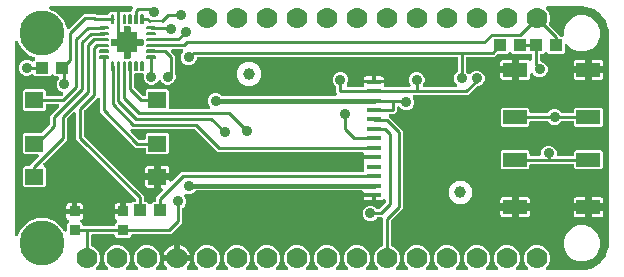
<source format=gbr>
G04 EAGLE Gerber RS-274X export*
G75*
%MOMM*%
%FSLAX34Y34*%
%LPD*%
%INTop Copper*%
%IPPOS*%
%AMOC8*
5,1,8,0,0,1.08239X$1,22.5*%
G01*
%ADD10C,1.000000*%
%ADD11C,3.810000*%
%ADD12C,1.778000*%
%ADD13R,0.900000X0.900000*%
%ADD14R,1.200000X0.400000*%
%ADD15R,2.000000X1.200000*%
%ADD16R,1.500000X1.400000*%
%ADD17R,1.075000X1.000000*%
%ADD18C,0.140000*%
%ADD19R,1.778000X1.778000*%
%ADD20C,0.906400*%
%ADD21C,0.254000*%
%ADD22C,0.406400*%
%ADD23C,0.203200*%

G36*
X334035Y2552D02*
X334035Y2552D01*
X334135Y2554D01*
X334207Y2572D01*
X334281Y2581D01*
X334375Y2614D01*
X334473Y2639D01*
X334539Y2673D01*
X334609Y2698D01*
X334693Y2753D01*
X334783Y2799D01*
X334839Y2847D01*
X334902Y2887D01*
X334972Y2959D01*
X335048Y3024D01*
X335092Y3084D01*
X335144Y3138D01*
X335196Y3224D01*
X335255Y3305D01*
X335285Y3373D01*
X335323Y3437D01*
X335354Y3533D01*
X335393Y3625D01*
X335406Y3698D01*
X335429Y3769D01*
X335437Y3869D01*
X335455Y3968D01*
X335451Y4042D01*
X335457Y4116D01*
X335442Y4216D01*
X335437Y4316D01*
X335416Y4387D01*
X335405Y4461D01*
X335368Y4554D01*
X335341Y4651D01*
X335304Y4716D01*
X335277Y4785D01*
X335219Y4867D01*
X335170Y4955D01*
X335105Y5031D01*
X335078Y5071D01*
X335051Y5095D01*
X335012Y5141D01*
X333640Y6513D01*
X331977Y10527D01*
X331977Y14873D01*
X333640Y18887D01*
X336713Y21960D01*
X340727Y23623D01*
X345073Y23623D01*
X349087Y21960D01*
X352160Y18887D01*
X353823Y14873D01*
X353823Y10527D01*
X352160Y6513D01*
X350788Y5141D01*
X350726Y5062D01*
X350656Y4990D01*
X350618Y4926D01*
X350572Y4868D01*
X350529Y4777D01*
X350477Y4691D01*
X350454Y4620D01*
X350423Y4553D01*
X350401Y4455D01*
X350371Y4359D01*
X350365Y4285D01*
X350349Y4212D01*
X350351Y4112D01*
X350343Y4012D01*
X350354Y3938D01*
X350355Y3864D01*
X350380Y3767D01*
X350395Y3667D01*
X350422Y3598D01*
X350440Y3526D01*
X350486Y3437D01*
X350523Y3343D01*
X350566Y3282D01*
X350600Y3216D01*
X350665Y3140D01*
X350722Y3057D01*
X350777Y3007D01*
X350826Y2951D01*
X350906Y2891D01*
X350981Y2824D01*
X351046Y2788D01*
X351106Y2743D01*
X351198Y2704D01*
X351286Y2655D01*
X351358Y2635D01*
X351426Y2605D01*
X351525Y2588D01*
X351621Y2560D01*
X351721Y2552D01*
X351769Y2544D01*
X351805Y2546D01*
X351865Y2541D01*
X359335Y2541D01*
X359435Y2552D01*
X359535Y2554D01*
X359607Y2572D01*
X359681Y2581D01*
X359775Y2614D01*
X359873Y2639D01*
X359939Y2673D01*
X360009Y2698D01*
X360093Y2753D01*
X360183Y2799D01*
X360239Y2847D01*
X360302Y2887D01*
X360372Y2959D01*
X360448Y3024D01*
X360492Y3084D01*
X360544Y3138D01*
X360596Y3224D01*
X360655Y3305D01*
X360685Y3373D01*
X360723Y3437D01*
X360754Y3533D01*
X360793Y3625D01*
X360806Y3698D01*
X360829Y3769D01*
X360837Y3869D01*
X360855Y3968D01*
X360851Y4042D01*
X360857Y4116D01*
X360842Y4216D01*
X360837Y4316D01*
X360816Y4387D01*
X360805Y4461D01*
X360768Y4554D01*
X360741Y4651D01*
X360704Y4716D01*
X360677Y4785D01*
X360619Y4867D01*
X360570Y4955D01*
X360505Y5031D01*
X360478Y5071D01*
X360451Y5095D01*
X360412Y5141D01*
X359040Y6513D01*
X357377Y10527D01*
X357377Y14873D01*
X359040Y18887D01*
X362113Y21960D01*
X366127Y23623D01*
X370473Y23623D01*
X374487Y21960D01*
X377560Y18887D01*
X379223Y14873D01*
X379223Y10527D01*
X377560Y6513D01*
X376188Y5141D01*
X376126Y5062D01*
X376056Y4990D01*
X376018Y4926D01*
X375972Y4868D01*
X375929Y4777D01*
X375877Y4691D01*
X375854Y4620D01*
X375823Y4553D01*
X375801Y4455D01*
X375771Y4359D01*
X375765Y4285D01*
X375749Y4212D01*
X375751Y4112D01*
X375743Y4012D01*
X375754Y3938D01*
X375755Y3864D01*
X375780Y3767D01*
X375795Y3667D01*
X375822Y3598D01*
X375840Y3526D01*
X375886Y3437D01*
X375923Y3343D01*
X375966Y3282D01*
X376000Y3216D01*
X376065Y3140D01*
X376122Y3057D01*
X376177Y3007D01*
X376226Y2951D01*
X376306Y2891D01*
X376381Y2824D01*
X376446Y2788D01*
X376506Y2743D01*
X376598Y2704D01*
X376686Y2655D01*
X376758Y2635D01*
X376826Y2605D01*
X376925Y2588D01*
X377021Y2560D01*
X377121Y2552D01*
X377169Y2544D01*
X377205Y2546D01*
X377265Y2541D01*
X384735Y2541D01*
X384835Y2552D01*
X384935Y2554D01*
X385007Y2572D01*
X385081Y2581D01*
X385175Y2614D01*
X385273Y2639D01*
X385339Y2673D01*
X385409Y2698D01*
X385493Y2753D01*
X385583Y2799D01*
X385639Y2847D01*
X385702Y2887D01*
X385772Y2959D01*
X385848Y3024D01*
X385892Y3084D01*
X385944Y3138D01*
X385996Y3224D01*
X386055Y3305D01*
X386085Y3373D01*
X386123Y3437D01*
X386154Y3533D01*
X386193Y3625D01*
X386206Y3698D01*
X386229Y3769D01*
X386237Y3869D01*
X386255Y3968D01*
X386251Y4042D01*
X386257Y4116D01*
X386242Y4216D01*
X386237Y4316D01*
X386216Y4387D01*
X386205Y4461D01*
X386168Y4554D01*
X386141Y4651D01*
X386104Y4716D01*
X386077Y4785D01*
X386019Y4867D01*
X385970Y4955D01*
X385905Y5031D01*
X385878Y5071D01*
X385851Y5095D01*
X385812Y5141D01*
X384440Y6513D01*
X382777Y10527D01*
X382777Y14873D01*
X384440Y18887D01*
X387513Y21960D01*
X391527Y23623D01*
X395873Y23623D01*
X399887Y21960D01*
X402960Y18887D01*
X404623Y14873D01*
X404623Y10527D01*
X402960Y6513D01*
X401588Y5141D01*
X401526Y5062D01*
X401456Y4990D01*
X401418Y4926D01*
X401372Y4868D01*
X401329Y4777D01*
X401277Y4691D01*
X401254Y4620D01*
X401223Y4553D01*
X401201Y4455D01*
X401171Y4359D01*
X401165Y4285D01*
X401149Y4212D01*
X401151Y4112D01*
X401143Y4012D01*
X401154Y3938D01*
X401155Y3864D01*
X401180Y3767D01*
X401195Y3667D01*
X401222Y3598D01*
X401240Y3526D01*
X401286Y3437D01*
X401323Y3343D01*
X401366Y3282D01*
X401400Y3216D01*
X401465Y3140D01*
X401522Y3057D01*
X401577Y3007D01*
X401626Y2951D01*
X401706Y2891D01*
X401781Y2824D01*
X401846Y2788D01*
X401906Y2743D01*
X401998Y2704D01*
X402086Y2655D01*
X402158Y2635D01*
X402226Y2605D01*
X402325Y2588D01*
X402421Y2560D01*
X402521Y2552D01*
X402569Y2544D01*
X402605Y2546D01*
X402665Y2541D01*
X410135Y2541D01*
X410235Y2552D01*
X410335Y2554D01*
X410407Y2572D01*
X410481Y2581D01*
X410575Y2614D01*
X410673Y2639D01*
X410739Y2673D01*
X410809Y2698D01*
X410893Y2753D01*
X410983Y2799D01*
X411039Y2847D01*
X411102Y2887D01*
X411172Y2959D01*
X411248Y3024D01*
X411292Y3084D01*
X411344Y3138D01*
X411396Y3224D01*
X411455Y3305D01*
X411485Y3373D01*
X411523Y3437D01*
X411554Y3533D01*
X411593Y3625D01*
X411606Y3698D01*
X411629Y3769D01*
X411637Y3869D01*
X411655Y3968D01*
X411651Y4042D01*
X411657Y4116D01*
X411642Y4216D01*
X411637Y4316D01*
X411616Y4387D01*
X411605Y4461D01*
X411568Y4554D01*
X411541Y4651D01*
X411504Y4716D01*
X411477Y4785D01*
X411419Y4867D01*
X411370Y4955D01*
X411305Y5031D01*
X411278Y5071D01*
X411251Y5095D01*
X411212Y5141D01*
X409840Y6513D01*
X408177Y10527D01*
X408177Y14873D01*
X409840Y18887D01*
X412913Y21960D01*
X416927Y23623D01*
X421273Y23623D01*
X425287Y21960D01*
X428360Y18887D01*
X430023Y14873D01*
X430023Y10527D01*
X428360Y6513D01*
X426988Y5141D01*
X426926Y5062D01*
X426856Y4990D01*
X426818Y4926D01*
X426772Y4868D01*
X426729Y4777D01*
X426677Y4691D01*
X426654Y4620D01*
X426623Y4553D01*
X426601Y4455D01*
X426571Y4359D01*
X426565Y4285D01*
X426549Y4212D01*
X426551Y4112D01*
X426543Y4012D01*
X426554Y3938D01*
X426555Y3864D01*
X426580Y3767D01*
X426595Y3667D01*
X426622Y3598D01*
X426640Y3526D01*
X426686Y3437D01*
X426723Y3343D01*
X426766Y3282D01*
X426800Y3216D01*
X426865Y3140D01*
X426922Y3057D01*
X426977Y3007D01*
X427026Y2951D01*
X427106Y2891D01*
X427181Y2824D01*
X427246Y2788D01*
X427306Y2743D01*
X427398Y2704D01*
X427486Y2655D01*
X427558Y2635D01*
X427626Y2605D01*
X427725Y2588D01*
X427821Y2560D01*
X427921Y2552D01*
X427969Y2544D01*
X428005Y2546D01*
X428065Y2541D01*
X435535Y2541D01*
X435635Y2552D01*
X435735Y2554D01*
X435807Y2572D01*
X435881Y2581D01*
X435975Y2614D01*
X436073Y2639D01*
X436139Y2673D01*
X436209Y2698D01*
X436293Y2753D01*
X436383Y2799D01*
X436439Y2847D01*
X436502Y2887D01*
X436572Y2959D01*
X436648Y3024D01*
X436692Y3084D01*
X436744Y3138D01*
X436796Y3224D01*
X436855Y3305D01*
X436885Y3373D01*
X436923Y3437D01*
X436954Y3533D01*
X436993Y3625D01*
X437006Y3698D01*
X437029Y3769D01*
X437037Y3869D01*
X437055Y3968D01*
X437051Y4042D01*
X437057Y4116D01*
X437042Y4216D01*
X437037Y4316D01*
X437016Y4387D01*
X437005Y4461D01*
X436968Y4554D01*
X436941Y4651D01*
X436904Y4716D01*
X436877Y4785D01*
X436819Y4867D01*
X436770Y4955D01*
X436705Y5031D01*
X436678Y5071D01*
X436651Y5095D01*
X436612Y5141D01*
X435240Y6513D01*
X433577Y10527D01*
X433577Y14873D01*
X435240Y18887D01*
X438313Y21960D01*
X442327Y23623D01*
X446673Y23623D01*
X450687Y21960D01*
X453760Y18887D01*
X455423Y14873D01*
X455423Y10527D01*
X453760Y6513D01*
X452388Y5141D01*
X452326Y5062D01*
X452256Y4990D01*
X452218Y4926D01*
X452172Y4868D01*
X452129Y4777D01*
X452077Y4691D01*
X452054Y4620D01*
X452023Y4553D01*
X452001Y4455D01*
X451971Y4359D01*
X451965Y4285D01*
X451949Y4212D01*
X451951Y4112D01*
X451943Y4012D01*
X451954Y3938D01*
X451955Y3864D01*
X451980Y3767D01*
X451995Y3667D01*
X452022Y3598D01*
X452040Y3526D01*
X452086Y3437D01*
X452123Y3343D01*
X452166Y3282D01*
X452200Y3216D01*
X452265Y3140D01*
X452322Y3057D01*
X452377Y3007D01*
X452426Y2951D01*
X452506Y2891D01*
X452581Y2824D01*
X452646Y2788D01*
X452706Y2743D01*
X452798Y2704D01*
X452886Y2655D01*
X452958Y2635D01*
X453026Y2605D01*
X453125Y2588D01*
X453221Y2560D01*
X453321Y2552D01*
X453369Y2544D01*
X453405Y2546D01*
X453465Y2541D01*
X482600Y2541D01*
X482642Y2546D01*
X482720Y2545D01*
X486057Y2808D01*
X486113Y2819D01*
X486170Y2821D01*
X486381Y2871D01*
X486399Y2875D01*
X486403Y2877D01*
X486408Y2878D01*
X492757Y4941D01*
X492863Y4989D01*
X492973Y5030D01*
X493037Y5069D01*
X493074Y5086D01*
X493109Y5113D01*
X493182Y5157D01*
X498582Y9081D01*
X498668Y9160D01*
X498760Y9232D01*
X498809Y9289D01*
X498839Y9317D01*
X498864Y9353D01*
X498919Y9418D01*
X502843Y14818D01*
X502900Y14920D01*
X502965Y15017D01*
X502994Y15086D01*
X503014Y15122D01*
X503027Y15165D01*
X503059Y15243D01*
X505122Y21592D01*
X505133Y21648D01*
X505153Y21701D01*
X505187Y21915D01*
X505191Y21933D01*
X505191Y21937D01*
X505192Y21943D01*
X505455Y25280D01*
X505453Y25323D01*
X505459Y25400D01*
X505459Y203200D01*
X505454Y203242D01*
X505455Y203320D01*
X505192Y206657D01*
X505181Y206713D01*
X505179Y206770D01*
X505129Y206981D01*
X505125Y206999D01*
X505123Y207003D01*
X505122Y207008D01*
X503059Y213357D01*
X503011Y213463D01*
X502970Y213573D01*
X502931Y213637D01*
X502914Y213674D01*
X502887Y213709D01*
X502843Y213782D01*
X498919Y219182D01*
X498840Y219268D01*
X498768Y219360D01*
X498711Y219409D01*
X498683Y219439D01*
X498647Y219464D01*
X498582Y219519D01*
X493182Y223443D01*
X493080Y223500D01*
X492983Y223565D01*
X492914Y223594D01*
X492878Y223614D01*
X492835Y223627D01*
X492757Y223659D01*
X486408Y225722D01*
X486352Y225733D01*
X486299Y225753D01*
X486085Y225787D01*
X486067Y225791D01*
X486063Y225791D01*
X486057Y225792D01*
X482720Y226055D01*
X482677Y226053D01*
X482600Y226059D01*
X453465Y226059D01*
X453365Y226048D01*
X453265Y226046D01*
X453193Y226028D01*
X453119Y226019D01*
X453025Y225986D01*
X452927Y225961D01*
X452861Y225927D01*
X452791Y225902D01*
X452707Y225847D01*
X452617Y225801D01*
X452561Y225753D01*
X452498Y225713D01*
X452428Y225641D01*
X452352Y225576D01*
X452308Y225516D01*
X452256Y225462D01*
X452204Y225376D01*
X452145Y225295D01*
X452115Y225227D01*
X452077Y225163D01*
X452046Y225067D01*
X452007Y224975D01*
X451994Y224902D01*
X451971Y224831D01*
X451963Y224731D01*
X451945Y224632D01*
X451949Y224558D01*
X451943Y224484D01*
X451958Y224384D01*
X451963Y224284D01*
X451984Y224213D01*
X451995Y224139D01*
X452032Y224046D01*
X452059Y223949D01*
X452096Y223884D01*
X452123Y223815D01*
X452181Y223733D01*
X452230Y223645D01*
X452295Y223569D01*
X452322Y223529D01*
X452349Y223505D01*
X452388Y223459D01*
X453760Y222087D01*
X455423Y218073D01*
X455423Y213727D01*
X454617Y211783D01*
X454596Y211709D01*
X454566Y211639D01*
X454550Y211549D01*
X454541Y211521D01*
X454540Y211513D01*
X454522Y211448D01*
X454518Y211372D01*
X454505Y211296D01*
X454510Y211198D01*
X454505Y211100D01*
X454519Y211025D01*
X454522Y210948D01*
X454550Y210854D01*
X454567Y210757D01*
X454598Y210687D01*
X454619Y210614D01*
X454667Y210528D01*
X454706Y210437D01*
X454752Y210376D01*
X454789Y210309D01*
X454886Y210195D01*
X454914Y210158D01*
X454929Y210145D01*
X454948Y210123D01*
X464042Y201029D01*
X464080Y200922D01*
X464094Y200900D01*
X464104Y200875D01*
X464189Y200754D01*
X464269Y200629D01*
X464288Y200611D01*
X464303Y200589D01*
X464413Y200490D01*
X464520Y200387D01*
X464542Y200373D01*
X464562Y200356D01*
X464692Y200284D01*
X464819Y200208D01*
X464844Y200200D01*
X464867Y200187D01*
X465010Y200147D01*
X465151Y200102D01*
X465177Y200100D01*
X465202Y200092D01*
X465446Y200073D01*
X465836Y200073D01*
X465862Y200076D01*
X465888Y200074D01*
X466035Y200096D01*
X466182Y200113D01*
X466207Y200121D01*
X466233Y200125D01*
X466371Y200180D01*
X466510Y200230D01*
X466532Y200244D01*
X466557Y200254D01*
X466678Y200339D01*
X466803Y200419D01*
X466821Y200438D01*
X466843Y200453D01*
X466942Y200563D01*
X467045Y200670D01*
X467059Y200692D01*
X467076Y200712D01*
X467148Y200842D01*
X467224Y200969D01*
X467232Y200994D01*
X467245Y201017D01*
X467285Y201160D01*
X467330Y201301D01*
X467332Y201327D01*
X467340Y201352D01*
X467359Y201596D01*
X467359Y206232D01*
X469680Y211833D01*
X473967Y216120D01*
X479568Y218441D01*
X485632Y218441D01*
X491233Y216120D01*
X495520Y211833D01*
X497841Y206232D01*
X497841Y200168D01*
X495520Y194567D01*
X491233Y190280D01*
X485632Y187959D01*
X479568Y187959D01*
X473967Y190280D01*
X470628Y193618D01*
X470550Y193681D01*
X470477Y193750D01*
X470413Y193789D01*
X470355Y193835D01*
X470264Y193878D01*
X470178Y193929D01*
X470107Y193952D01*
X470040Y193984D01*
X469942Y194005D01*
X469846Y194036D01*
X469772Y194042D01*
X469699Y194057D01*
X469599Y194055D01*
X469499Y194064D01*
X469425Y194052D01*
X469351Y194051D01*
X469254Y194027D01*
X469154Y194012D01*
X469085Y193984D01*
X469013Y193966D01*
X468924Y193920D01*
X468830Y193883D01*
X468769Y193841D01*
X468703Y193807D01*
X468627Y193741D01*
X468544Y193684D01*
X468494Y193629D01*
X468438Y193581D01*
X468378Y193500D01*
X468311Y193425D01*
X468275Y193360D01*
X468230Y193300D01*
X468191Y193208D01*
X468142Y193120D01*
X468122Y193049D01*
X468092Y192980D01*
X468075Y192882D01*
X468047Y192785D01*
X468039Y192685D01*
X468031Y192637D01*
X468033Y192602D01*
X468028Y192541D01*
X468028Y187198D01*
X466837Y186007D01*
X454403Y186007D01*
X453197Y187213D01*
X453177Y187230D01*
X453160Y187249D01*
X453040Y187338D01*
X452924Y187430D01*
X452900Y187441D01*
X452879Y187457D01*
X452743Y187515D01*
X452609Y187579D01*
X452583Y187584D01*
X452559Y187595D01*
X452413Y187621D01*
X452268Y187652D01*
X452242Y187652D01*
X452216Y187656D01*
X452068Y187649D01*
X451920Y187646D01*
X451894Y187640D01*
X451868Y187638D01*
X451726Y187597D01*
X451582Y187561D01*
X451559Y187549D01*
X451533Y187542D01*
X451404Y187469D01*
X451272Y187401D01*
X451252Y187385D01*
X451229Y187372D01*
X451043Y187213D01*
X449837Y186007D01*
X448446Y186007D01*
X448420Y186004D01*
X448394Y186006D01*
X448247Y185984D01*
X448100Y185967D01*
X448075Y185959D01*
X448049Y185955D01*
X447911Y185900D01*
X447772Y185850D01*
X447750Y185836D01*
X447725Y185826D01*
X447604Y185741D01*
X447479Y185661D01*
X447461Y185642D01*
X447439Y185627D01*
X447340Y185517D01*
X447237Y185410D01*
X447223Y185388D01*
X447206Y185368D01*
X447134Y185238D01*
X447058Y185111D01*
X447050Y185086D01*
X447037Y185063D01*
X446997Y184920D01*
X446952Y184779D01*
X446950Y184753D01*
X446942Y184728D01*
X446923Y184484D01*
X446923Y180808D01*
X446926Y180782D01*
X446924Y180756D01*
X446946Y180609D01*
X446963Y180462D01*
X446971Y180437D01*
X446975Y180411D01*
X447030Y180273D01*
X447080Y180134D01*
X447094Y180112D01*
X447104Y180087D01*
X447189Y179966D01*
X447269Y179841D01*
X447288Y179823D01*
X447303Y179801D01*
X447413Y179702D01*
X447520Y179599D01*
X447542Y179585D01*
X447562Y179568D01*
X447692Y179496D01*
X447819Y179420D01*
X447844Y179412D01*
X447867Y179399D01*
X448010Y179359D01*
X448151Y179314D01*
X448177Y179312D01*
X448202Y179304D01*
X448322Y179295D01*
X450759Y178285D01*
X452605Y176439D01*
X453605Y174026D01*
X453605Y171414D01*
X452605Y169001D01*
X450759Y167155D01*
X448346Y166155D01*
X445734Y166155D01*
X443321Y167155D01*
X441341Y169135D01*
X441263Y169197D01*
X441190Y169267D01*
X441126Y169305D01*
X441068Y169352D01*
X440977Y169395D01*
X440891Y169446D01*
X440820Y169469D01*
X440753Y169501D01*
X440655Y169522D01*
X440559Y169552D01*
X440485Y169558D01*
X440412Y169574D01*
X440312Y169572D01*
X440212Y169580D01*
X440138Y169569D01*
X440064Y169568D01*
X439967Y169543D01*
X439867Y169529D01*
X439798Y169501D01*
X439726Y169483D01*
X439637Y169437D01*
X439543Y169400D01*
X439482Y169357D01*
X439416Y169323D01*
X439340Y169258D01*
X439257Y169201D01*
X439207Y169146D01*
X439151Y169097D01*
X439091Y169017D01*
X439024Y168942D01*
X438988Y168877D01*
X438943Y168817D01*
X438904Y168725D01*
X438855Y168637D01*
X438835Y168565D01*
X438805Y168497D01*
X438788Y168398D01*
X438760Y168302D01*
X438752Y168202D01*
X438744Y168154D01*
X438746Y168118D01*
X438741Y168058D01*
X438741Y166065D01*
X438568Y165419D01*
X438233Y164840D01*
X437760Y164367D01*
X437181Y164032D01*
X436535Y163859D01*
X429199Y163859D01*
X429199Y170924D01*
X429196Y170950D01*
X429198Y170976D01*
X429176Y171123D01*
X429159Y171270D01*
X429151Y171295D01*
X429147Y171321D01*
X429092Y171458D01*
X429042Y171598D01*
X429028Y171620D01*
X429018Y171645D01*
X428933Y171766D01*
X428853Y171891D01*
X428834Y171909D01*
X428819Y171931D01*
X428709Y172030D01*
X428602Y172133D01*
X428580Y172147D01*
X428560Y172164D01*
X428430Y172236D01*
X428303Y172312D01*
X428278Y172320D01*
X428255Y172333D01*
X428112Y172373D01*
X428036Y172398D01*
X428047Y172402D01*
X428073Y172406D01*
X428211Y172460D01*
X428350Y172510D01*
X428372Y172525D01*
X428397Y172534D01*
X428518Y172619D01*
X428643Y172699D01*
X428661Y172718D01*
X428683Y172733D01*
X428782Y172843D01*
X428885Y172950D01*
X428899Y172973D01*
X428916Y172992D01*
X428988Y173122D01*
X429064Y173249D01*
X429072Y173274D01*
X429085Y173297D01*
X429125Y173440D01*
X429170Y173581D01*
X429172Y173607D01*
X429180Y173632D01*
X429199Y173876D01*
X429199Y180941D01*
X436535Y180941D01*
X437181Y180768D01*
X437799Y180411D01*
X437868Y180344D01*
X437932Y180306D01*
X437990Y180260D01*
X438081Y180217D01*
X438167Y180165D01*
X438238Y180143D01*
X438305Y180111D01*
X438403Y180090D01*
X438499Y180059D01*
X438573Y180053D01*
X438645Y180037D01*
X438746Y180039D01*
X438846Y180031D01*
X438920Y180042D01*
X438994Y180043D01*
X439091Y180068D01*
X439191Y180083D01*
X439260Y180110D01*
X439332Y180128D01*
X439421Y180174D01*
X439515Y180211D01*
X439576Y180254D01*
X439642Y180288D01*
X439718Y180353D01*
X439801Y180410D01*
X439851Y180465D01*
X439907Y180514D01*
X439967Y180594D01*
X440034Y180669D01*
X440070Y180734D01*
X440114Y180794D01*
X440154Y180886D01*
X440203Y180974D01*
X440223Y181046D01*
X440252Y181114D01*
X440270Y181213D01*
X440298Y181310D01*
X440306Y181409D01*
X440314Y181457D01*
X440312Y181493D01*
X440317Y181553D01*
X440317Y184484D01*
X440314Y184510D01*
X440316Y184536D01*
X440294Y184683D01*
X440277Y184830D01*
X440269Y184855D01*
X440265Y184881D01*
X440210Y185019D01*
X440160Y185158D01*
X440146Y185180D01*
X440136Y185205D01*
X440051Y185326D01*
X439971Y185451D01*
X439952Y185469D01*
X439937Y185491D01*
X439827Y185590D01*
X439720Y185693D01*
X439698Y185707D01*
X439678Y185724D01*
X439548Y185796D01*
X439421Y185872D01*
X439396Y185880D01*
X439373Y185893D01*
X439230Y185933D01*
X439089Y185978D01*
X439063Y185980D01*
X439038Y185988D01*
X438794Y186007D01*
X423923Y186007D01*
X422717Y187213D01*
X422697Y187229D01*
X422680Y187249D01*
X422560Y187338D01*
X422444Y187430D01*
X422420Y187441D01*
X422399Y187457D01*
X422263Y187515D01*
X422129Y187579D01*
X422103Y187584D01*
X422079Y187595D01*
X421933Y187621D01*
X421788Y187652D01*
X421762Y187652D01*
X421736Y187656D01*
X421588Y187649D01*
X421440Y187646D01*
X421414Y187640D01*
X421388Y187638D01*
X421246Y187597D01*
X421102Y187561D01*
X421079Y187549D01*
X421053Y187542D01*
X420924Y187469D01*
X420792Y187401D01*
X420772Y187384D01*
X420749Y187372D01*
X420563Y187213D01*
X419357Y186007D01*
X411409Y186007D01*
X411283Y185993D01*
X411157Y185986D01*
X411111Y185973D01*
X411063Y185967D01*
X410944Y185925D01*
X410822Y185890D01*
X410780Y185866D01*
X410735Y185850D01*
X410628Y185781D01*
X410518Y185720D01*
X410472Y185680D01*
X410442Y185661D01*
X410408Y185626D01*
X410332Y185561D01*
X408358Y183587D01*
X385826Y183587D01*
X385800Y183584D01*
X385774Y183586D01*
X385627Y183564D01*
X385480Y183547D01*
X385455Y183539D01*
X385429Y183535D01*
X385291Y183480D01*
X385152Y183430D01*
X385130Y183416D01*
X385105Y183406D01*
X384984Y183321D01*
X384859Y183241D01*
X384841Y183222D01*
X384819Y183207D01*
X384720Y183097D01*
X384617Y182990D01*
X384603Y182968D01*
X384586Y182948D01*
X384514Y182818D01*
X384438Y182691D01*
X384430Y182666D01*
X384417Y182643D01*
X384377Y182500D01*
X384332Y182359D01*
X384330Y182333D01*
X384322Y182308D01*
X384303Y182064D01*
X384303Y171712D01*
X384317Y171587D01*
X384324Y171460D01*
X384337Y171414D01*
X384343Y171366D01*
X384385Y171247D01*
X384420Y171126D01*
X384444Y171083D01*
X384460Y171038D01*
X384529Y170932D01*
X384590Y170821D01*
X384630Y170775D01*
X384649Y170745D01*
X384684Y170712D01*
X384749Y170635D01*
X386273Y169111D01*
X386293Y169095D01*
X386310Y169075D01*
X386430Y168986D01*
X386546Y168894D01*
X386570Y168883D01*
X386591Y168868D01*
X386727Y168809D01*
X386861Y168746D01*
X386887Y168740D01*
X386911Y168730D01*
X387057Y168703D01*
X387202Y168672D01*
X387228Y168673D01*
X387254Y168668D01*
X387402Y168676D01*
X387550Y168678D01*
X387576Y168685D01*
X387602Y168686D01*
X387744Y168727D01*
X387888Y168763D01*
X387911Y168775D01*
X387937Y168782D01*
X388066Y168855D01*
X388198Y168923D01*
X388218Y168940D01*
X388241Y168953D01*
X388427Y169111D01*
X389981Y170665D01*
X392394Y171665D01*
X395006Y171665D01*
X397419Y170665D01*
X399265Y168819D01*
X400265Y166406D01*
X400265Y163794D01*
X399265Y161381D01*
X397419Y159535D01*
X395006Y158535D01*
X394347Y158535D01*
X394221Y158521D01*
X394095Y158514D01*
X394049Y158501D01*
X394001Y158495D01*
X393882Y158453D01*
X393760Y158418D01*
X393718Y158394D01*
X393673Y158378D01*
X393566Y158309D01*
X393456Y158248D01*
X393410Y158208D01*
X393380Y158189D01*
X393346Y158154D01*
X393270Y158089D01*
X386178Y150997D01*
X340754Y150997D01*
X340654Y150986D01*
X340554Y150984D01*
X340482Y150966D01*
X340408Y150957D01*
X340313Y150923D01*
X340216Y150899D01*
X340150Y150865D01*
X340080Y150840D01*
X339995Y150785D01*
X339906Y150739D01*
X339849Y150691D01*
X339787Y150651D01*
X339717Y150579D01*
X339641Y150513D01*
X339596Y150454D01*
X339545Y150400D01*
X339493Y150314D01*
X339433Y150233D01*
X339404Y150165D01*
X339366Y150101D01*
X339335Y150005D01*
X339296Y149913D01*
X339282Y149840D01*
X339260Y149769D01*
X339252Y149669D01*
X339234Y149570D01*
X339238Y149496D01*
X339232Y149422D01*
X339247Y149322D01*
X339252Y149222D01*
X339272Y149151D01*
X339283Y149077D01*
X339321Y148984D01*
X339348Y148887D01*
X339385Y148822D01*
X339412Y148753D01*
X339470Y148671D01*
X339519Y148583D01*
X339561Y148533D01*
X340575Y146086D01*
X340575Y143474D01*
X339575Y141061D01*
X337729Y139215D01*
X335316Y138215D01*
X332704Y138215D01*
X330291Y139215D01*
X328483Y141023D01*
X328405Y141085D01*
X328332Y141155D01*
X328268Y141193D01*
X328210Y141240D01*
X328119Y141283D01*
X328033Y141334D01*
X327962Y141357D01*
X327895Y141389D01*
X327797Y141410D01*
X327701Y141440D01*
X327627Y141446D01*
X327554Y141462D01*
X327454Y141460D01*
X327354Y141468D01*
X327280Y141457D01*
X327206Y141456D01*
X327109Y141431D01*
X327009Y141417D01*
X326940Y141389D01*
X326868Y141371D01*
X326779Y141325D01*
X326685Y141288D01*
X326624Y141245D01*
X326558Y141211D01*
X326482Y141146D01*
X326399Y141089D01*
X326349Y141034D01*
X326293Y140985D01*
X326233Y140905D01*
X326166Y140830D01*
X326130Y140765D01*
X326085Y140705D01*
X326046Y140613D01*
X325997Y140525D01*
X325977Y140453D01*
X325947Y140385D01*
X325930Y140286D01*
X325902Y140190D01*
X325894Y140090D01*
X325886Y140042D01*
X325888Y140006D01*
X325883Y139946D01*
X325883Y136932D01*
X323948Y134997D01*
X320391Y134997D01*
X320291Y134986D01*
X320191Y134984D01*
X320119Y134966D01*
X320045Y134957D01*
X319950Y134924D01*
X319853Y134899D01*
X319787Y134865D01*
X319717Y134840D01*
X319632Y134785D01*
X319543Y134739D01*
X319486Y134691D01*
X319424Y134651D01*
X319354Y134579D01*
X319278Y134514D01*
X319233Y134454D01*
X319182Y134400D01*
X319130Y134314D01*
X319070Y134233D01*
X319041Y134165D01*
X319003Y134101D01*
X318972Y134005D01*
X318932Y133913D01*
X318919Y133840D01*
X318897Y133769D01*
X318888Y133669D01*
X318871Y133570D01*
X318875Y133496D01*
X318869Y133422D01*
X318883Y133322D01*
X318889Y133222D01*
X318909Y133151D01*
X318920Y133077D01*
X318957Y132984D01*
X318985Y132887D01*
X319022Y132822D01*
X319049Y132753D01*
X319106Y132671D01*
X319155Y132583D01*
X319220Y132507D01*
X319248Y132467D01*
X319274Y132443D01*
X319314Y132397D01*
X321249Y130462D01*
X328582Y123129D01*
X330963Y120748D01*
X330963Y54512D01*
X321249Y44798D01*
X321170Y44699D01*
X321086Y44605D01*
X321062Y44563D01*
X321032Y44525D01*
X320978Y44411D01*
X320917Y44300D01*
X320904Y44254D01*
X320883Y44210D01*
X320857Y44087D01*
X320822Y43965D01*
X320817Y43904D01*
X320810Y43869D01*
X320811Y43821D01*
X320803Y43721D01*
X320803Y24172D01*
X320811Y24097D01*
X320810Y24020D01*
X320831Y23924D01*
X320843Y23826D01*
X320868Y23754D01*
X320885Y23680D01*
X320927Y23591D01*
X320960Y23498D01*
X321002Y23434D01*
X321034Y23365D01*
X321096Y23288D01*
X321149Y23205D01*
X321204Y23152D01*
X321252Y23092D01*
X321329Y23032D01*
X321400Y22963D01*
X321465Y22924D01*
X321525Y22877D01*
X321658Y22808D01*
X321699Y22784D01*
X321717Y22778D01*
X321743Y22765D01*
X323687Y21960D01*
X326760Y18887D01*
X328423Y14873D01*
X328423Y10527D01*
X326760Y6513D01*
X325388Y5141D01*
X325326Y5062D01*
X325256Y4990D01*
X325218Y4926D01*
X325172Y4868D01*
X325129Y4777D01*
X325077Y4691D01*
X325054Y4620D01*
X325023Y4553D01*
X325001Y4455D01*
X324971Y4359D01*
X324965Y4285D01*
X324949Y4212D01*
X324951Y4112D01*
X324943Y4012D01*
X324954Y3938D01*
X324955Y3864D01*
X324980Y3767D01*
X324995Y3667D01*
X325022Y3598D01*
X325040Y3526D01*
X325086Y3437D01*
X325123Y3343D01*
X325166Y3282D01*
X325200Y3216D01*
X325265Y3140D01*
X325322Y3057D01*
X325377Y3007D01*
X325426Y2951D01*
X325506Y2891D01*
X325581Y2824D01*
X325646Y2788D01*
X325706Y2743D01*
X325798Y2704D01*
X325886Y2655D01*
X325958Y2635D01*
X326026Y2605D01*
X326125Y2588D01*
X326221Y2560D01*
X326321Y2552D01*
X326369Y2544D01*
X326405Y2546D01*
X326465Y2541D01*
X333935Y2541D01*
X334035Y2552D01*
G37*
G36*
X80035Y2552D02*
X80035Y2552D01*
X80135Y2554D01*
X80207Y2572D01*
X80281Y2581D01*
X80375Y2614D01*
X80473Y2639D01*
X80539Y2673D01*
X80609Y2698D01*
X80693Y2753D01*
X80783Y2799D01*
X80839Y2847D01*
X80902Y2887D01*
X80972Y2959D01*
X81048Y3024D01*
X81092Y3084D01*
X81144Y3138D01*
X81196Y3224D01*
X81255Y3305D01*
X81285Y3373D01*
X81323Y3437D01*
X81354Y3533D01*
X81393Y3625D01*
X81406Y3698D01*
X81429Y3769D01*
X81437Y3869D01*
X81455Y3968D01*
X81451Y4042D01*
X81457Y4116D01*
X81442Y4216D01*
X81437Y4316D01*
X81416Y4387D01*
X81405Y4461D01*
X81368Y4554D01*
X81341Y4651D01*
X81304Y4716D01*
X81277Y4785D01*
X81219Y4867D01*
X81170Y4955D01*
X81105Y5031D01*
X81078Y5071D01*
X81051Y5095D01*
X81012Y5141D01*
X79640Y6513D01*
X77977Y10527D01*
X77977Y14873D01*
X79640Y18887D01*
X82713Y21960D01*
X86727Y23623D01*
X91073Y23623D01*
X95087Y21960D01*
X98160Y18887D01*
X99823Y14873D01*
X99823Y10527D01*
X98160Y6513D01*
X96788Y5141D01*
X96726Y5062D01*
X96656Y4990D01*
X96618Y4926D01*
X96572Y4868D01*
X96529Y4777D01*
X96477Y4691D01*
X96454Y4620D01*
X96423Y4553D01*
X96401Y4455D01*
X96371Y4359D01*
X96365Y4285D01*
X96349Y4212D01*
X96351Y4112D01*
X96343Y4012D01*
X96354Y3938D01*
X96355Y3864D01*
X96380Y3767D01*
X96395Y3667D01*
X96422Y3598D01*
X96440Y3526D01*
X96486Y3437D01*
X96523Y3343D01*
X96566Y3282D01*
X96600Y3216D01*
X96665Y3140D01*
X96722Y3057D01*
X96777Y3007D01*
X96826Y2951D01*
X96906Y2891D01*
X96981Y2824D01*
X97046Y2788D01*
X97106Y2743D01*
X97198Y2704D01*
X97286Y2655D01*
X97358Y2635D01*
X97426Y2605D01*
X97525Y2588D01*
X97621Y2560D01*
X97721Y2552D01*
X97769Y2544D01*
X97805Y2546D01*
X97865Y2541D01*
X105335Y2541D01*
X105435Y2552D01*
X105535Y2554D01*
X105607Y2572D01*
X105681Y2581D01*
X105775Y2614D01*
X105873Y2639D01*
X105939Y2673D01*
X106009Y2698D01*
X106093Y2753D01*
X106183Y2799D01*
X106239Y2847D01*
X106302Y2887D01*
X106372Y2959D01*
X106448Y3024D01*
X106492Y3084D01*
X106544Y3138D01*
X106596Y3224D01*
X106655Y3305D01*
X106685Y3373D01*
X106723Y3437D01*
X106754Y3533D01*
X106793Y3625D01*
X106806Y3698D01*
X106829Y3769D01*
X106837Y3869D01*
X106855Y3968D01*
X106851Y4042D01*
X106857Y4116D01*
X106842Y4216D01*
X106837Y4316D01*
X106816Y4387D01*
X106805Y4461D01*
X106768Y4554D01*
X106741Y4651D01*
X106704Y4716D01*
X106677Y4785D01*
X106619Y4867D01*
X106570Y4955D01*
X106505Y5031D01*
X106478Y5071D01*
X106451Y5095D01*
X106412Y5141D01*
X105040Y6513D01*
X103377Y10527D01*
X103377Y14873D01*
X105040Y18887D01*
X108113Y21960D01*
X112127Y23623D01*
X116473Y23623D01*
X120487Y21960D01*
X123560Y18887D01*
X125223Y14873D01*
X125223Y10527D01*
X123560Y6513D01*
X122188Y5141D01*
X122126Y5062D01*
X122056Y4990D01*
X122018Y4926D01*
X121972Y4868D01*
X121929Y4777D01*
X121877Y4691D01*
X121854Y4620D01*
X121823Y4553D01*
X121801Y4455D01*
X121771Y4359D01*
X121765Y4285D01*
X121749Y4212D01*
X121751Y4112D01*
X121743Y4012D01*
X121754Y3938D01*
X121755Y3864D01*
X121780Y3767D01*
X121795Y3667D01*
X121822Y3598D01*
X121840Y3526D01*
X121886Y3437D01*
X121923Y3343D01*
X121966Y3282D01*
X122000Y3216D01*
X122065Y3140D01*
X122122Y3057D01*
X122177Y3007D01*
X122226Y2951D01*
X122306Y2891D01*
X122381Y2824D01*
X122446Y2788D01*
X122506Y2743D01*
X122598Y2704D01*
X122686Y2655D01*
X122758Y2635D01*
X122826Y2605D01*
X122925Y2588D01*
X123021Y2560D01*
X123121Y2552D01*
X123169Y2544D01*
X123205Y2546D01*
X123265Y2541D01*
X130016Y2541D01*
X130116Y2552D01*
X130217Y2554D01*
X130289Y2572D01*
X130363Y2581D01*
X130457Y2615D01*
X130555Y2639D01*
X130621Y2673D01*
X130691Y2698D01*
X130775Y2753D01*
X130864Y2799D01*
X130921Y2847D01*
X130983Y2887D01*
X131053Y2959D01*
X131130Y3025D01*
X131174Y3084D01*
X131226Y3138D01*
X131277Y3224D01*
X131337Y3305D01*
X131366Y3373D01*
X131405Y3437D01*
X131435Y3533D01*
X131475Y3625D01*
X131488Y3698D01*
X131511Y3769D01*
X131519Y3869D01*
X131537Y3968D01*
X131533Y4042D01*
X131539Y4116D01*
X131524Y4215D01*
X131519Y4316D01*
X131498Y4387D01*
X131487Y4461D01*
X131450Y4554D01*
X131422Y4651D01*
X131386Y4716D01*
X131358Y4785D01*
X131301Y4867D01*
X131252Y4955D01*
X131187Y5031D01*
X131159Y5071D01*
X131133Y5095D01*
X131093Y5141D01*
X130981Y5253D01*
X129924Y6709D01*
X129107Y8312D01*
X128551Y10023D01*
X128523Y10201D01*
X138724Y10201D01*
X138750Y10204D01*
X138776Y10202D01*
X138923Y10224D01*
X139070Y10241D01*
X139095Y10249D01*
X139121Y10253D01*
X139258Y10308D01*
X139398Y10358D01*
X139420Y10372D01*
X139445Y10382D01*
X139566Y10467D01*
X139691Y10547D01*
X139703Y10560D01*
X139750Y10515D01*
X139773Y10501D01*
X139792Y10484D01*
X139922Y10412D01*
X140049Y10336D01*
X140074Y10328D01*
X140097Y10315D01*
X140240Y10275D01*
X140381Y10230D01*
X140407Y10227D01*
X140432Y10220D01*
X140676Y10201D01*
X150877Y10201D01*
X150849Y10023D01*
X150293Y8312D01*
X149476Y6709D01*
X148419Y5253D01*
X148307Y5141D01*
X148244Y5063D01*
X148174Y4990D01*
X148136Y4926D01*
X148090Y4868D01*
X148047Y4777D01*
X147995Y4691D01*
X147973Y4620D01*
X147941Y4553D01*
X147920Y4455D01*
X147889Y4359D01*
X147883Y4285D01*
X147868Y4212D01*
X147869Y4112D01*
X147861Y4012D01*
X147872Y3938D01*
X147874Y3864D01*
X147898Y3767D01*
X147913Y3667D01*
X147940Y3598D01*
X147959Y3526D01*
X148005Y3437D01*
X148042Y3343D01*
X148084Y3282D01*
X148118Y3216D01*
X148183Y3140D01*
X148241Y3057D01*
X148296Y3007D01*
X148344Y2951D01*
X148425Y2891D01*
X148499Y2824D01*
X148564Y2788D01*
X148624Y2744D01*
X148716Y2704D01*
X148804Y2655D01*
X148876Y2635D01*
X148944Y2605D01*
X149043Y2588D01*
X149140Y2560D01*
X149240Y2552D01*
X149287Y2544D01*
X149323Y2546D01*
X149384Y2541D01*
X156135Y2541D01*
X156235Y2552D01*
X156335Y2554D01*
X156407Y2572D01*
X156481Y2581D01*
X156575Y2614D01*
X156673Y2639D01*
X156739Y2673D01*
X156809Y2698D01*
X156893Y2753D01*
X156983Y2799D01*
X157039Y2847D01*
X157102Y2887D01*
X157172Y2959D01*
X157248Y3024D01*
X157292Y3084D01*
X157344Y3138D01*
X157396Y3224D01*
X157455Y3305D01*
X157485Y3373D01*
X157523Y3437D01*
X157554Y3533D01*
X157593Y3625D01*
X157606Y3698D01*
X157629Y3769D01*
X157637Y3869D01*
X157655Y3968D01*
X157651Y4042D01*
X157657Y4116D01*
X157642Y4216D01*
X157637Y4316D01*
X157616Y4387D01*
X157605Y4461D01*
X157568Y4554D01*
X157541Y4651D01*
X157504Y4716D01*
X157477Y4785D01*
X157419Y4867D01*
X157370Y4955D01*
X157305Y5031D01*
X157278Y5071D01*
X157251Y5095D01*
X157212Y5141D01*
X155840Y6513D01*
X154177Y10527D01*
X154177Y14873D01*
X155840Y18887D01*
X158913Y21960D01*
X162927Y23623D01*
X167273Y23623D01*
X171287Y21960D01*
X174360Y18887D01*
X176023Y14873D01*
X176023Y10527D01*
X174360Y6513D01*
X172988Y5141D01*
X172926Y5062D01*
X172856Y4990D01*
X172818Y4926D01*
X172772Y4868D01*
X172729Y4777D01*
X172677Y4691D01*
X172654Y4620D01*
X172623Y4553D01*
X172601Y4455D01*
X172571Y4359D01*
X172565Y4285D01*
X172549Y4212D01*
X172551Y4112D01*
X172543Y4012D01*
X172554Y3938D01*
X172555Y3864D01*
X172580Y3767D01*
X172595Y3667D01*
X172622Y3598D01*
X172640Y3526D01*
X172686Y3437D01*
X172723Y3343D01*
X172766Y3282D01*
X172800Y3216D01*
X172865Y3140D01*
X172922Y3057D01*
X172977Y3007D01*
X173026Y2951D01*
X173106Y2891D01*
X173181Y2824D01*
X173246Y2788D01*
X173306Y2743D01*
X173398Y2704D01*
X173486Y2655D01*
X173558Y2635D01*
X173626Y2605D01*
X173725Y2588D01*
X173821Y2560D01*
X173921Y2552D01*
X173969Y2544D01*
X174005Y2546D01*
X174065Y2541D01*
X181535Y2541D01*
X181635Y2552D01*
X181735Y2554D01*
X181807Y2572D01*
X181881Y2581D01*
X181975Y2614D01*
X182073Y2639D01*
X182139Y2673D01*
X182209Y2698D01*
X182293Y2753D01*
X182383Y2799D01*
X182439Y2847D01*
X182502Y2887D01*
X182572Y2959D01*
X182648Y3024D01*
X182692Y3084D01*
X182744Y3138D01*
X182796Y3224D01*
X182855Y3305D01*
X182885Y3373D01*
X182923Y3437D01*
X182954Y3533D01*
X182993Y3625D01*
X183006Y3698D01*
X183029Y3769D01*
X183037Y3869D01*
X183055Y3968D01*
X183051Y4042D01*
X183057Y4116D01*
X183042Y4216D01*
X183037Y4316D01*
X183016Y4387D01*
X183005Y4461D01*
X182968Y4554D01*
X182941Y4651D01*
X182904Y4716D01*
X182877Y4785D01*
X182819Y4867D01*
X182770Y4955D01*
X182705Y5031D01*
X182678Y5071D01*
X182651Y5095D01*
X182612Y5141D01*
X181240Y6513D01*
X179577Y10527D01*
X179577Y14873D01*
X181240Y18887D01*
X184313Y21960D01*
X188327Y23623D01*
X192673Y23623D01*
X196687Y21960D01*
X199760Y18887D01*
X201423Y14873D01*
X201423Y10527D01*
X199760Y6513D01*
X198388Y5141D01*
X198326Y5062D01*
X198256Y4990D01*
X198218Y4926D01*
X198172Y4868D01*
X198129Y4777D01*
X198077Y4691D01*
X198054Y4620D01*
X198023Y4553D01*
X198001Y4455D01*
X197971Y4359D01*
X197965Y4285D01*
X197949Y4212D01*
X197951Y4112D01*
X197943Y4012D01*
X197954Y3938D01*
X197955Y3864D01*
X197980Y3767D01*
X197995Y3667D01*
X198022Y3598D01*
X198040Y3526D01*
X198086Y3437D01*
X198123Y3343D01*
X198166Y3282D01*
X198200Y3216D01*
X198265Y3140D01*
X198322Y3057D01*
X198377Y3007D01*
X198426Y2951D01*
X198506Y2891D01*
X198581Y2824D01*
X198646Y2788D01*
X198706Y2743D01*
X198798Y2704D01*
X198886Y2655D01*
X198958Y2635D01*
X199026Y2605D01*
X199125Y2588D01*
X199221Y2560D01*
X199321Y2552D01*
X199369Y2544D01*
X199405Y2546D01*
X199465Y2541D01*
X206935Y2541D01*
X207035Y2552D01*
X207135Y2554D01*
X207207Y2572D01*
X207281Y2581D01*
X207375Y2614D01*
X207473Y2639D01*
X207539Y2673D01*
X207609Y2698D01*
X207693Y2753D01*
X207783Y2799D01*
X207839Y2847D01*
X207902Y2887D01*
X207972Y2959D01*
X208048Y3024D01*
X208092Y3084D01*
X208144Y3138D01*
X208196Y3224D01*
X208255Y3305D01*
X208285Y3373D01*
X208323Y3437D01*
X208354Y3533D01*
X208393Y3625D01*
X208406Y3698D01*
X208429Y3769D01*
X208437Y3869D01*
X208455Y3968D01*
X208451Y4042D01*
X208457Y4116D01*
X208442Y4216D01*
X208437Y4316D01*
X208416Y4387D01*
X208405Y4461D01*
X208368Y4554D01*
X208341Y4651D01*
X208304Y4716D01*
X208277Y4785D01*
X208219Y4867D01*
X208170Y4955D01*
X208105Y5031D01*
X208078Y5071D01*
X208051Y5095D01*
X208012Y5141D01*
X206640Y6513D01*
X204977Y10527D01*
X204977Y14873D01*
X206640Y18887D01*
X209713Y21960D01*
X213727Y23623D01*
X218073Y23623D01*
X222087Y21960D01*
X225160Y18887D01*
X226823Y14873D01*
X226823Y10527D01*
X225160Y6513D01*
X223788Y5141D01*
X223726Y5062D01*
X223656Y4990D01*
X223618Y4926D01*
X223572Y4868D01*
X223529Y4777D01*
X223477Y4691D01*
X223454Y4620D01*
X223423Y4553D01*
X223401Y4455D01*
X223371Y4359D01*
X223365Y4285D01*
X223349Y4212D01*
X223351Y4112D01*
X223343Y4012D01*
X223354Y3938D01*
X223355Y3864D01*
X223380Y3767D01*
X223395Y3667D01*
X223422Y3598D01*
X223440Y3526D01*
X223486Y3437D01*
X223523Y3343D01*
X223566Y3282D01*
X223600Y3216D01*
X223665Y3140D01*
X223722Y3057D01*
X223777Y3007D01*
X223826Y2951D01*
X223906Y2891D01*
X223981Y2824D01*
X224046Y2788D01*
X224106Y2743D01*
X224198Y2704D01*
X224286Y2655D01*
X224358Y2635D01*
X224426Y2605D01*
X224525Y2588D01*
X224621Y2560D01*
X224721Y2552D01*
X224769Y2544D01*
X224805Y2546D01*
X224865Y2541D01*
X232335Y2541D01*
X232435Y2552D01*
X232535Y2554D01*
X232607Y2572D01*
X232681Y2581D01*
X232775Y2614D01*
X232873Y2639D01*
X232939Y2673D01*
X233009Y2698D01*
X233093Y2753D01*
X233183Y2799D01*
X233239Y2847D01*
X233302Y2887D01*
X233372Y2959D01*
X233448Y3024D01*
X233492Y3084D01*
X233544Y3138D01*
X233596Y3224D01*
X233655Y3305D01*
X233685Y3373D01*
X233723Y3437D01*
X233754Y3533D01*
X233793Y3625D01*
X233806Y3698D01*
X233829Y3769D01*
X233837Y3869D01*
X233855Y3968D01*
X233851Y4042D01*
X233857Y4116D01*
X233842Y4216D01*
X233837Y4316D01*
X233816Y4387D01*
X233805Y4461D01*
X233768Y4554D01*
X233741Y4651D01*
X233704Y4716D01*
X233677Y4785D01*
X233619Y4867D01*
X233570Y4955D01*
X233505Y5031D01*
X233478Y5071D01*
X233451Y5095D01*
X233412Y5141D01*
X232040Y6513D01*
X230377Y10527D01*
X230377Y14873D01*
X232040Y18887D01*
X235113Y21960D01*
X239127Y23623D01*
X243473Y23623D01*
X247487Y21960D01*
X250560Y18887D01*
X252223Y14873D01*
X252223Y10527D01*
X250560Y6513D01*
X249188Y5141D01*
X249126Y5062D01*
X249056Y4990D01*
X249018Y4926D01*
X248972Y4868D01*
X248929Y4777D01*
X248877Y4691D01*
X248854Y4620D01*
X248823Y4553D01*
X248801Y4455D01*
X248771Y4359D01*
X248765Y4285D01*
X248749Y4212D01*
X248751Y4112D01*
X248743Y4012D01*
X248754Y3938D01*
X248755Y3864D01*
X248780Y3767D01*
X248795Y3667D01*
X248822Y3598D01*
X248840Y3526D01*
X248886Y3437D01*
X248923Y3343D01*
X248966Y3282D01*
X249000Y3216D01*
X249065Y3140D01*
X249122Y3057D01*
X249177Y3007D01*
X249226Y2951D01*
X249306Y2891D01*
X249381Y2824D01*
X249446Y2788D01*
X249506Y2743D01*
X249598Y2704D01*
X249686Y2655D01*
X249758Y2635D01*
X249826Y2605D01*
X249925Y2588D01*
X250021Y2560D01*
X250121Y2552D01*
X250169Y2544D01*
X250205Y2546D01*
X250265Y2541D01*
X257735Y2541D01*
X257835Y2552D01*
X257935Y2554D01*
X258007Y2572D01*
X258081Y2581D01*
X258175Y2614D01*
X258273Y2639D01*
X258339Y2673D01*
X258409Y2698D01*
X258493Y2753D01*
X258583Y2799D01*
X258639Y2847D01*
X258702Y2887D01*
X258772Y2959D01*
X258848Y3024D01*
X258892Y3084D01*
X258944Y3138D01*
X258996Y3224D01*
X259055Y3305D01*
X259085Y3373D01*
X259123Y3437D01*
X259154Y3533D01*
X259193Y3625D01*
X259206Y3698D01*
X259229Y3769D01*
X259237Y3869D01*
X259255Y3968D01*
X259251Y4042D01*
X259257Y4116D01*
X259242Y4216D01*
X259237Y4316D01*
X259216Y4387D01*
X259205Y4461D01*
X259168Y4554D01*
X259141Y4651D01*
X259104Y4716D01*
X259077Y4785D01*
X259019Y4867D01*
X258970Y4955D01*
X258905Y5031D01*
X258878Y5071D01*
X258851Y5095D01*
X258812Y5141D01*
X257440Y6513D01*
X255777Y10527D01*
X255777Y14873D01*
X257440Y18887D01*
X260513Y21960D01*
X264527Y23623D01*
X268873Y23623D01*
X272887Y21960D01*
X275960Y18887D01*
X277623Y14873D01*
X277623Y10527D01*
X275960Y6513D01*
X274588Y5141D01*
X274526Y5062D01*
X274456Y4990D01*
X274418Y4926D01*
X274372Y4868D01*
X274329Y4777D01*
X274277Y4691D01*
X274254Y4620D01*
X274223Y4553D01*
X274201Y4455D01*
X274171Y4359D01*
X274165Y4285D01*
X274149Y4212D01*
X274151Y4112D01*
X274143Y4012D01*
X274154Y3938D01*
X274155Y3864D01*
X274180Y3767D01*
X274195Y3667D01*
X274222Y3598D01*
X274240Y3526D01*
X274286Y3437D01*
X274323Y3343D01*
X274366Y3282D01*
X274400Y3216D01*
X274465Y3140D01*
X274522Y3057D01*
X274577Y3007D01*
X274626Y2951D01*
X274706Y2891D01*
X274781Y2824D01*
X274846Y2788D01*
X274906Y2743D01*
X274998Y2704D01*
X275086Y2655D01*
X275158Y2635D01*
X275226Y2605D01*
X275325Y2588D01*
X275421Y2560D01*
X275521Y2552D01*
X275569Y2544D01*
X275605Y2546D01*
X275665Y2541D01*
X283135Y2541D01*
X283235Y2552D01*
X283335Y2554D01*
X283407Y2572D01*
X283481Y2581D01*
X283575Y2614D01*
X283673Y2639D01*
X283739Y2673D01*
X283809Y2698D01*
X283893Y2753D01*
X283983Y2799D01*
X284039Y2847D01*
X284102Y2887D01*
X284172Y2959D01*
X284248Y3024D01*
X284292Y3084D01*
X284344Y3138D01*
X284396Y3224D01*
X284455Y3305D01*
X284485Y3373D01*
X284523Y3437D01*
X284554Y3533D01*
X284593Y3625D01*
X284606Y3698D01*
X284629Y3769D01*
X284637Y3869D01*
X284655Y3968D01*
X284651Y4042D01*
X284657Y4116D01*
X284642Y4216D01*
X284637Y4316D01*
X284616Y4387D01*
X284605Y4461D01*
X284568Y4554D01*
X284541Y4651D01*
X284504Y4716D01*
X284477Y4785D01*
X284419Y4867D01*
X284370Y4955D01*
X284305Y5031D01*
X284278Y5071D01*
X284251Y5095D01*
X284212Y5141D01*
X282840Y6513D01*
X281177Y10527D01*
X281177Y14873D01*
X282840Y18887D01*
X285913Y21960D01*
X289927Y23623D01*
X294273Y23623D01*
X298287Y21960D01*
X301360Y18887D01*
X303023Y14873D01*
X303023Y10527D01*
X301360Y6513D01*
X299988Y5141D01*
X299926Y5062D01*
X299856Y4990D01*
X299818Y4926D01*
X299772Y4868D01*
X299729Y4777D01*
X299677Y4691D01*
X299654Y4620D01*
X299623Y4553D01*
X299601Y4455D01*
X299571Y4359D01*
X299565Y4285D01*
X299549Y4212D01*
X299551Y4112D01*
X299543Y4012D01*
X299554Y3938D01*
X299555Y3864D01*
X299580Y3767D01*
X299595Y3667D01*
X299622Y3598D01*
X299640Y3526D01*
X299686Y3437D01*
X299723Y3343D01*
X299766Y3282D01*
X299800Y3216D01*
X299865Y3140D01*
X299922Y3057D01*
X299977Y3007D01*
X300026Y2951D01*
X300106Y2891D01*
X300181Y2824D01*
X300246Y2788D01*
X300306Y2743D01*
X300398Y2704D01*
X300486Y2655D01*
X300558Y2635D01*
X300626Y2605D01*
X300725Y2588D01*
X300821Y2560D01*
X300921Y2552D01*
X300969Y2544D01*
X301005Y2546D01*
X301065Y2541D01*
X308535Y2541D01*
X308635Y2552D01*
X308735Y2554D01*
X308807Y2572D01*
X308881Y2581D01*
X308975Y2614D01*
X309073Y2639D01*
X309139Y2673D01*
X309209Y2698D01*
X309293Y2753D01*
X309383Y2799D01*
X309439Y2847D01*
X309502Y2887D01*
X309572Y2959D01*
X309648Y3024D01*
X309692Y3084D01*
X309744Y3138D01*
X309796Y3224D01*
X309855Y3305D01*
X309885Y3373D01*
X309923Y3437D01*
X309954Y3533D01*
X309993Y3625D01*
X310006Y3698D01*
X310029Y3769D01*
X310037Y3869D01*
X310055Y3968D01*
X310051Y4042D01*
X310057Y4116D01*
X310042Y4216D01*
X310037Y4316D01*
X310016Y4387D01*
X310005Y4461D01*
X309968Y4554D01*
X309941Y4651D01*
X309904Y4716D01*
X309877Y4785D01*
X309819Y4867D01*
X309770Y4955D01*
X309705Y5031D01*
X309678Y5071D01*
X309651Y5095D01*
X309612Y5141D01*
X308240Y6513D01*
X306577Y10527D01*
X306577Y14873D01*
X308240Y18887D01*
X311313Y21960D01*
X313257Y22765D01*
X313324Y22802D01*
X313395Y22830D01*
X313476Y22887D01*
X313562Y22934D01*
X313618Y22986D01*
X313681Y23029D01*
X313747Y23102D01*
X313820Y23169D01*
X313863Y23231D01*
X313914Y23288D01*
X313962Y23374D01*
X314018Y23455D01*
X314046Y23526D01*
X314083Y23593D01*
X314110Y23688D01*
X314146Y23779D01*
X314157Y23855D01*
X314178Y23929D01*
X314190Y24078D01*
X314197Y24124D01*
X314195Y24143D01*
X314197Y24172D01*
X314197Y45974D01*
X314194Y46000D01*
X314196Y46026D01*
X314174Y46173D01*
X314157Y46320D01*
X314149Y46345D01*
X314145Y46371D01*
X314090Y46509D01*
X314040Y46648D01*
X314026Y46670D01*
X314016Y46695D01*
X313932Y46816D01*
X313851Y46941D01*
X313832Y46959D01*
X313817Y46981D01*
X313707Y47080D01*
X313600Y47183D01*
X313578Y47197D01*
X313558Y47214D01*
X313428Y47286D01*
X313301Y47362D01*
X313276Y47370D01*
X313253Y47383D01*
X313110Y47423D01*
X312969Y47468D01*
X312943Y47470D01*
X312918Y47478D01*
X312674Y47497D01*
X310142Y47497D01*
X310017Y47483D01*
X309890Y47476D01*
X309844Y47463D01*
X309796Y47457D01*
X309677Y47415D01*
X309556Y47380D01*
X309513Y47356D01*
X309468Y47340D01*
X309362Y47271D01*
X309251Y47210D01*
X309205Y47170D01*
X309175Y47151D01*
X309142Y47116D01*
X309065Y47051D01*
X307249Y45235D01*
X304836Y44235D01*
X302224Y44235D01*
X299811Y45235D01*
X297965Y47081D01*
X296965Y49494D01*
X296965Y52106D01*
X297965Y54519D01*
X299811Y56365D01*
X302224Y57365D01*
X304836Y57365D01*
X307249Y56365D01*
X309065Y54549D01*
X309164Y54470D01*
X309258Y54386D01*
X309300Y54362D01*
X309338Y54332D01*
X309452Y54278D01*
X309563Y54217D01*
X309610Y54204D01*
X309653Y54183D01*
X309777Y54157D01*
X309898Y54122D01*
X309959Y54117D01*
X309994Y54110D01*
X310042Y54111D01*
X310142Y54103D01*
X310421Y54103D01*
X310547Y54117D01*
X310673Y54124D01*
X310719Y54137D01*
X310767Y54143D01*
X310886Y54185D01*
X311008Y54220D01*
X311050Y54244D01*
X311095Y54260D01*
X311202Y54329D01*
X311312Y54390D01*
X311358Y54430D01*
X311388Y54449D01*
X311422Y54484D01*
X311498Y54549D01*
X316291Y59342D01*
X316370Y59441D01*
X316391Y59465D01*
X316423Y59498D01*
X316428Y59505D01*
X316454Y59535D01*
X316478Y59577D01*
X316508Y59615D01*
X316562Y59729D01*
X316564Y59734D01*
X316602Y59797D01*
X316606Y59810D01*
X316623Y59840D01*
X316636Y59886D01*
X316657Y59930D01*
X316681Y60044D01*
X316708Y60129D01*
X316710Y60148D01*
X316718Y60175D01*
X316723Y60236D01*
X316730Y60271D01*
X316729Y60319D01*
X316737Y60419D01*
X316737Y61367D01*
X316726Y61466D01*
X316724Y61567D01*
X316706Y61639D01*
X316697Y61713D01*
X316664Y61807D01*
X316639Y61905D01*
X316605Y61971D01*
X316580Y62041D01*
X316525Y62125D01*
X316479Y62215D01*
X316431Y62271D01*
X316391Y62334D01*
X316319Y62404D01*
X316254Y62480D01*
X316194Y62524D01*
X316140Y62576D01*
X316054Y62628D01*
X315973Y62687D01*
X315905Y62717D01*
X315841Y62755D01*
X315746Y62785D01*
X315653Y62825D01*
X315580Y62838D01*
X315509Y62861D01*
X315409Y62869D01*
X315310Y62887D01*
X315236Y62883D01*
X315162Y62889D01*
X315063Y62874D01*
X314962Y62869D01*
X314891Y62848D01*
X314817Y62837D01*
X314724Y62800D01*
X314627Y62772D01*
X314562Y62736D01*
X314493Y62709D01*
X314411Y62651D01*
X314323Y62602D01*
X314247Y62537D01*
X314207Y62510D01*
X314183Y62483D01*
X314137Y62444D01*
X313960Y62267D01*
X313381Y61932D01*
X312735Y61759D01*
X307923Y61759D01*
X307923Y66300D01*
X307920Y66326D01*
X307922Y66352D01*
X307900Y66499D01*
X307884Y66646D01*
X307875Y66671D01*
X307871Y66697D01*
X307816Y66834D01*
X307766Y66974D01*
X307752Y66996D01*
X307742Y67020D01*
X307658Y67142D01*
X307577Y67267D01*
X307558Y67285D01*
X307543Y67307D01*
X307433Y67406D01*
X307326Y67509D01*
X307303Y67523D01*
X307284Y67540D01*
X307154Y67612D01*
X307027Y67688D01*
X307002Y67696D01*
X306979Y67709D01*
X306836Y67749D01*
X306695Y67795D01*
X306669Y67797D01*
X306643Y67804D01*
X306400Y67823D01*
X297859Y67823D01*
X297859Y68712D01*
X297856Y68738D01*
X297858Y68764D01*
X297836Y68911D01*
X297819Y69058D01*
X297811Y69083D01*
X297807Y69109D01*
X297752Y69247D01*
X297702Y69386D01*
X297688Y69408D01*
X297678Y69433D01*
X297593Y69554D01*
X297513Y69679D01*
X297494Y69697D01*
X297479Y69719D01*
X297369Y69818D01*
X297262Y69921D01*
X297240Y69935D01*
X297220Y69952D01*
X297090Y70024D01*
X296963Y70100D01*
X296938Y70108D01*
X296915Y70121D01*
X296772Y70161D01*
X296631Y70206D01*
X296605Y70208D01*
X296580Y70216D01*
X296336Y70235D01*
X156350Y70235D01*
X156225Y70221D01*
X156098Y70214D01*
X156052Y70201D01*
X156004Y70195D01*
X155885Y70153D01*
X155764Y70118D01*
X155721Y70094D01*
X155676Y70078D01*
X155570Y70009D01*
X155459Y69948D01*
X155413Y69908D01*
X155383Y69889D01*
X155350Y69854D01*
X155273Y69789D01*
X153579Y68095D01*
X151166Y67095D01*
X148554Y67095D01*
X148057Y67301D01*
X148009Y67315D01*
X147963Y67336D01*
X147842Y67363D01*
X147722Y67397D01*
X147672Y67399D01*
X147623Y67410D01*
X147498Y67408D01*
X147374Y67414D01*
X147325Y67405D01*
X147274Y67404D01*
X147154Y67374D01*
X147031Y67351D01*
X146985Y67331D01*
X146936Y67319D01*
X146826Y67262D01*
X146712Y67212D01*
X146671Y67182D01*
X146626Y67159D01*
X146532Y67079D01*
X146432Y67004D01*
X146399Y66966D01*
X146361Y66933D01*
X146287Y66833D01*
X146207Y66738D01*
X146184Y66694D01*
X146154Y66653D01*
X146104Y66539D01*
X146048Y66428D01*
X146036Y66379D01*
X146016Y66333D01*
X145994Y66210D01*
X145964Y66090D01*
X145963Y66040D01*
X145954Y65990D01*
X145961Y65866D01*
X145959Y65741D01*
X145969Y65692D01*
X145972Y65642D01*
X146006Y65522D01*
X146033Y65401D01*
X146055Y65355D01*
X146069Y65307D01*
X146129Y65199D01*
X146183Y65086D01*
X146214Y65047D01*
X146239Y65003D01*
X146397Y64817D01*
X146535Y64679D01*
X147535Y62266D01*
X147535Y59654D01*
X146535Y57241D01*
X144719Y55425D01*
X144640Y55326D01*
X144556Y55232D01*
X144532Y55190D01*
X144502Y55152D01*
X144448Y55038D01*
X144387Y54927D01*
X144374Y54880D01*
X144353Y54837D01*
X144327Y54713D01*
X144307Y54642D01*
X144302Y54626D01*
X144301Y54624D01*
X144292Y54592D01*
X144287Y54531D01*
X144280Y54496D01*
X144281Y54448D01*
X144273Y54348D01*
X144273Y43082D01*
X134338Y33147D01*
X102216Y33147D01*
X102190Y33144D01*
X102164Y33146D01*
X102017Y33124D01*
X101870Y33107D01*
X101845Y33099D01*
X101819Y33095D01*
X101681Y33040D01*
X101542Y32990D01*
X101520Y32976D01*
X101495Y32966D01*
X101374Y32881D01*
X101249Y32801D01*
X101231Y32782D01*
X101209Y32767D01*
X101110Y32657D01*
X101007Y32550D01*
X100993Y32528D01*
X100976Y32508D01*
X100904Y32378D01*
X100828Y32251D01*
X100820Y32226D01*
X100807Y32203D01*
X100767Y32060D01*
X100722Y31919D01*
X100720Y31893D01*
X100712Y31868D01*
X100693Y31624D01*
X100693Y31108D01*
X99502Y29917D01*
X88818Y29917D01*
X87627Y31108D01*
X87627Y31624D01*
X87624Y31650D01*
X87626Y31676D01*
X87604Y31823D01*
X87587Y31970D01*
X87579Y31995D01*
X87575Y32021D01*
X87520Y32159D01*
X87470Y32298D01*
X87456Y32320D01*
X87446Y32345D01*
X87361Y32466D01*
X87281Y32591D01*
X87262Y32609D01*
X87247Y32631D01*
X87137Y32730D01*
X87030Y32833D01*
X87008Y32847D01*
X86988Y32864D01*
X86858Y32936D01*
X86731Y33012D01*
X86706Y33020D01*
X86683Y33033D01*
X86540Y33073D01*
X86399Y33118D01*
X86373Y33120D01*
X86348Y33128D01*
X86104Y33147D01*
X68326Y33147D01*
X68300Y33144D01*
X68274Y33146D01*
X68127Y33124D01*
X67980Y33107D01*
X67955Y33099D01*
X67929Y33095D01*
X67791Y33040D01*
X67652Y32990D01*
X67630Y32976D01*
X67605Y32966D01*
X67484Y32881D01*
X67359Y32801D01*
X67341Y32782D01*
X67319Y32767D01*
X67220Y32657D01*
X67117Y32550D01*
X67103Y32528D01*
X67086Y32508D01*
X67014Y32378D01*
X66938Y32251D01*
X66930Y32226D01*
X66917Y32203D01*
X66877Y32060D01*
X66832Y31919D01*
X66830Y31893D01*
X66822Y31868D01*
X66803Y31624D01*
X66803Y24172D01*
X66811Y24097D01*
X66810Y24020D01*
X66831Y23924D01*
X66843Y23826D01*
X66868Y23754D01*
X66885Y23680D01*
X66927Y23591D01*
X66960Y23498D01*
X67002Y23434D01*
X67034Y23365D01*
X67096Y23288D01*
X67149Y23205D01*
X67204Y23152D01*
X67252Y23092D01*
X67329Y23032D01*
X67400Y22963D01*
X67465Y22924D01*
X67525Y22877D01*
X67659Y22808D01*
X67699Y22784D01*
X67717Y22779D01*
X67743Y22765D01*
X69687Y21960D01*
X72760Y18887D01*
X74423Y14873D01*
X74423Y10527D01*
X72760Y6513D01*
X71388Y5141D01*
X71326Y5062D01*
X71256Y4990D01*
X71218Y4926D01*
X71172Y4868D01*
X71129Y4777D01*
X71077Y4691D01*
X71054Y4620D01*
X71023Y4553D01*
X71001Y4455D01*
X70971Y4359D01*
X70965Y4285D01*
X70949Y4212D01*
X70951Y4112D01*
X70943Y4012D01*
X70954Y3938D01*
X70955Y3864D01*
X70980Y3767D01*
X70995Y3667D01*
X71022Y3598D01*
X71040Y3526D01*
X71086Y3437D01*
X71123Y3343D01*
X71166Y3282D01*
X71200Y3216D01*
X71265Y3140D01*
X71322Y3057D01*
X71377Y3007D01*
X71426Y2951D01*
X71506Y2891D01*
X71581Y2824D01*
X71646Y2788D01*
X71706Y2743D01*
X71798Y2704D01*
X71886Y2655D01*
X71958Y2635D01*
X72026Y2605D01*
X72125Y2588D01*
X72221Y2560D01*
X72321Y2552D01*
X72369Y2544D01*
X72405Y2546D01*
X72465Y2541D01*
X79935Y2541D01*
X80035Y2552D01*
G37*
G36*
X166716Y139204D02*
X166716Y139204D01*
X166816Y139206D01*
X166888Y139224D01*
X166962Y139233D01*
X167057Y139266D01*
X167154Y139291D01*
X167220Y139325D01*
X167290Y139350D01*
X167375Y139405D01*
X167464Y139451D01*
X167521Y139499D01*
X167583Y139539D01*
X167653Y139611D01*
X167729Y139676D01*
X167773Y139736D01*
X167825Y139790D01*
X167877Y139876D01*
X167936Y139957D01*
X167966Y140025D01*
X168004Y140089D01*
X168035Y140184D01*
X168074Y140277D01*
X168088Y140350D01*
X168110Y140421D01*
X168118Y140521D01*
X168136Y140620D01*
X168132Y140694D01*
X168138Y140768D01*
X168123Y140867D01*
X168118Y140968D01*
X168098Y141039D01*
X168087Y141113D01*
X168049Y141206D01*
X168022Y141303D01*
X167985Y141368D01*
X167958Y141437D01*
X167901Y141519D01*
X167851Y141607D01*
X167786Y141683D01*
X167759Y141723D01*
X167732Y141747D01*
X167693Y141793D01*
X167155Y142331D01*
X166155Y144744D01*
X166155Y147356D01*
X167155Y149769D01*
X169001Y151615D01*
X171414Y152615D01*
X174026Y152615D01*
X176439Y151615D01*
X177243Y150811D01*
X177342Y150732D01*
X177436Y150648D01*
X177478Y150624D01*
X177516Y150594D01*
X177630Y150540D01*
X177741Y150479D01*
X177787Y150466D01*
X177831Y150445D01*
X177955Y150419D01*
X178076Y150384D01*
X178137Y150379D01*
X178172Y150372D01*
X178220Y150373D01*
X178320Y150365D01*
X273717Y150365D01*
X273817Y150376D01*
X273917Y150378D01*
X273989Y150396D01*
X274063Y150405D01*
X274158Y150438D01*
X274255Y150463D01*
X274321Y150497D01*
X274391Y150522D01*
X274476Y150577D01*
X274565Y150623D01*
X274622Y150671D01*
X274684Y150711D01*
X274754Y150783D01*
X274830Y150848D01*
X274875Y150908D01*
X274926Y150962D01*
X274978Y151048D01*
X275038Y151129D01*
X275067Y151197D01*
X275105Y151261D01*
X275136Y151356D01*
X275176Y151449D01*
X275189Y151522D01*
X275211Y151593D01*
X275220Y151693D01*
X275237Y151792D01*
X275233Y151866D01*
X275239Y151940D01*
X275225Y152039D01*
X275219Y152140D01*
X275199Y152211D01*
X275188Y152285D01*
X275151Y152378D01*
X275123Y152475D01*
X275086Y152540D01*
X275059Y152609D01*
X275002Y152691D01*
X274953Y152779D01*
X274888Y152855D01*
X274860Y152895D01*
X274834Y152919D01*
X274827Y152926D01*
X274827Y157218D01*
X274813Y157343D01*
X274806Y157470D01*
X274793Y157516D01*
X274787Y157564D01*
X274745Y157683D01*
X274710Y157804D01*
X274686Y157847D01*
X274670Y157892D01*
X274601Y157998D01*
X274540Y158109D01*
X274500Y158155D01*
X274481Y158185D01*
X274446Y158218D01*
X274381Y158295D01*
X272565Y160111D01*
X271565Y162524D01*
X271565Y165136D01*
X272565Y167549D01*
X274411Y169395D01*
X276824Y170395D01*
X279436Y170395D01*
X281849Y169395D01*
X283695Y167549D01*
X284695Y165136D01*
X284695Y162524D01*
X283683Y160081D01*
X283655Y160052D01*
X283617Y159988D01*
X283570Y159930D01*
X283528Y159839D01*
X283476Y159753D01*
X283453Y159682D01*
X283422Y159615D01*
X283400Y159517D01*
X283370Y159421D01*
X283364Y159347D01*
X283348Y159274D01*
X283350Y159174D01*
X283342Y159074D01*
X283353Y159000D01*
X283354Y158926D01*
X283379Y158829D01*
X283393Y158729D01*
X283421Y158660D01*
X283439Y158588D01*
X283485Y158499D01*
X283522Y158405D01*
X283564Y158344D01*
X283599Y158278D01*
X283664Y158201D01*
X283721Y158119D01*
X283776Y158069D01*
X283824Y158013D01*
X283905Y157953D01*
X283980Y157886D01*
X284045Y157850D01*
X284105Y157806D01*
X284197Y157766D01*
X284285Y157717D01*
X284357Y157697D01*
X284425Y157668D01*
X284523Y157650D01*
X284620Y157622D01*
X284720Y157614D01*
X284768Y157606D01*
X284803Y157608D01*
X284864Y157603D01*
X296507Y157603D01*
X296558Y157609D01*
X296609Y157606D01*
X296731Y157628D01*
X296853Y157643D01*
X296901Y157660D01*
X296952Y157669D01*
X297065Y157718D01*
X297182Y157760D01*
X297224Y157788D01*
X297271Y157808D01*
X297370Y157882D01*
X297474Y157949D01*
X297510Y157986D01*
X297551Y158016D01*
X297630Y158111D01*
X297717Y158200D01*
X297743Y158244D01*
X297776Y158283D01*
X297832Y158393D01*
X297895Y158499D01*
X297911Y158547D01*
X297934Y158593D01*
X297964Y158713D01*
X298002Y158831D01*
X298006Y158882D01*
X298018Y158931D01*
X298020Y159055D01*
X298030Y159178D01*
X298022Y159229D01*
X298023Y159280D01*
X297979Y159520D01*
X297859Y159965D01*
X297859Y160777D01*
X306400Y160777D01*
X314941Y160777D01*
X314941Y159965D01*
X314821Y159520D01*
X314814Y159470D01*
X314798Y159421D01*
X314788Y159298D01*
X314770Y159176D01*
X314775Y159125D01*
X314770Y159074D01*
X314789Y158951D01*
X314799Y158828D01*
X314815Y158780D01*
X314822Y158729D01*
X314868Y158614D01*
X314906Y158496D01*
X314932Y158453D01*
X314951Y158405D01*
X315021Y158304D01*
X315085Y158198D01*
X315121Y158161D01*
X315150Y158119D01*
X315242Y158036D01*
X315328Y157947D01*
X315371Y157920D01*
X315409Y157886D01*
X315517Y157826D01*
X315621Y157759D01*
X315669Y157742D01*
X315714Y157717D01*
X315833Y157684D01*
X315949Y157642D01*
X316000Y157636D01*
X316049Y157622D01*
X316293Y157603D01*
X336166Y157603D01*
X336266Y157614D01*
X336366Y157616D01*
X336438Y157634D01*
X336512Y157643D01*
X336607Y157676D01*
X336704Y157701D01*
X336770Y157735D01*
X336840Y157760D01*
X336925Y157815D01*
X337014Y157861D01*
X337071Y157909D01*
X337133Y157949D01*
X337203Y158021D01*
X337279Y158087D01*
X337323Y158146D01*
X337375Y158200D01*
X337427Y158286D01*
X337487Y158367D01*
X337516Y158435D01*
X337554Y158499D01*
X337585Y158595D01*
X337624Y158687D01*
X337638Y158760D01*
X337660Y158831D01*
X337668Y158931D01*
X337686Y159030D01*
X337682Y159104D01*
X337688Y159178D01*
X337673Y159278D01*
X337668Y159378D01*
X337648Y159449D01*
X337637Y159523D01*
X337599Y159616D01*
X337572Y159713D01*
X337535Y159778D01*
X337508Y159847D01*
X337451Y159929D01*
X337401Y160017D01*
X337348Y160080D01*
X336335Y162524D01*
X336335Y165136D01*
X337335Y167549D01*
X339181Y169395D01*
X341594Y170395D01*
X344206Y170395D01*
X346619Y169395D01*
X348465Y167549D01*
X349465Y165136D01*
X349465Y162524D01*
X348453Y160081D01*
X348425Y160052D01*
X348387Y159988D01*
X348340Y159930D01*
X348298Y159839D01*
X348246Y159753D01*
X348223Y159682D01*
X348192Y159615D01*
X348170Y159517D01*
X348140Y159421D01*
X348134Y159347D01*
X348118Y159274D01*
X348120Y159174D01*
X348112Y159074D01*
X348123Y159000D01*
X348124Y158926D01*
X348149Y158829D01*
X348163Y158729D01*
X348191Y158660D01*
X348209Y158588D01*
X348255Y158499D01*
X348292Y158405D01*
X348334Y158344D01*
X348369Y158278D01*
X348434Y158201D01*
X348491Y158119D01*
X348546Y158069D01*
X348594Y158013D01*
X348675Y157953D01*
X348750Y157886D01*
X348815Y157850D01*
X348875Y157806D01*
X348967Y157766D01*
X349055Y157717D01*
X349127Y157697D01*
X349195Y157668D01*
X349293Y157650D01*
X349390Y157622D01*
X349490Y157614D01*
X349538Y157606D01*
X349573Y157608D01*
X349634Y157603D01*
X375536Y157603D01*
X375636Y157614D01*
X375736Y157616D01*
X375808Y157634D01*
X375882Y157643D01*
X375977Y157676D01*
X376074Y157701D01*
X376140Y157735D01*
X376210Y157760D01*
X376295Y157815D01*
X376384Y157861D01*
X376441Y157909D01*
X376503Y157949D01*
X376573Y158021D01*
X376649Y158086D01*
X376693Y158146D01*
X376745Y158200D01*
X376797Y158286D01*
X376856Y158367D01*
X376886Y158435D01*
X376924Y158499D01*
X376955Y158595D01*
X376994Y158687D01*
X377008Y158760D01*
X377030Y158831D01*
X377038Y158931D01*
X377056Y159030D01*
X377052Y159104D01*
X377058Y159178D01*
X377043Y159278D01*
X377038Y159378D01*
X377018Y159449D01*
X377007Y159523D01*
X376969Y159616D01*
X376942Y159713D01*
X376905Y159778D01*
X376878Y159847D01*
X376821Y159929D01*
X376771Y160017D01*
X376706Y160093D01*
X376679Y160133D01*
X376652Y160157D01*
X376613Y160203D01*
X375435Y161381D01*
X374435Y163794D01*
X374435Y166406D01*
X375435Y168819D01*
X377251Y170635D01*
X377330Y170734D01*
X377414Y170828D01*
X377438Y170870D01*
X377468Y170908D01*
X377522Y171022D01*
X377583Y171133D01*
X377596Y171180D01*
X377617Y171223D01*
X377643Y171347D01*
X377678Y171468D01*
X377683Y171529D01*
X377690Y171564D01*
X377689Y171612D01*
X377697Y171712D01*
X377697Y182064D01*
X377694Y182090D01*
X377696Y182116D01*
X377674Y182263D01*
X377657Y182410D01*
X377649Y182435D01*
X377645Y182461D01*
X377590Y182599D01*
X377540Y182738D01*
X377526Y182760D01*
X377516Y182785D01*
X377431Y182906D01*
X377351Y183031D01*
X377332Y183049D01*
X377317Y183071D01*
X377207Y183170D01*
X377100Y183273D01*
X377078Y183287D01*
X377058Y183304D01*
X376928Y183376D01*
X376801Y183452D01*
X376776Y183460D01*
X376753Y183473D01*
X376610Y183513D01*
X376469Y183558D01*
X376443Y183560D01*
X376418Y183568D01*
X376174Y183587D01*
X157948Y183587D01*
X157922Y183584D01*
X157896Y183586D01*
X157749Y183564D01*
X157602Y183547D01*
X157577Y183539D01*
X157551Y183535D01*
X157413Y183480D01*
X157274Y183430D01*
X157252Y183416D01*
X157227Y183406D01*
X157106Y183321D01*
X156981Y183241D01*
X156963Y183222D01*
X156941Y183207D01*
X156842Y183097D01*
X156739Y182990D01*
X156725Y182968D01*
X156708Y182948D01*
X156636Y182818D01*
X156560Y182691D01*
X156552Y182666D01*
X156539Y182643D01*
X156499Y182500D01*
X156454Y182359D01*
X156452Y182333D01*
X156444Y182308D01*
X156425Y182064D01*
X156425Y181574D01*
X155425Y179161D01*
X153579Y177315D01*
X151166Y176315D01*
X148554Y176315D01*
X146141Y177315D01*
X144295Y179161D01*
X143295Y181574D01*
X143295Y184186D01*
X144295Y186599D01*
X144873Y187177D01*
X144935Y187256D01*
X145005Y187328D01*
X145043Y187392D01*
X145090Y187450D01*
X145133Y187541D01*
X145184Y187627D01*
X145207Y187698D01*
X145239Y187765D01*
X145260Y187863D01*
X145290Y187959D01*
X145296Y188033D01*
X145312Y188106D01*
X145310Y188206D01*
X145318Y188306D01*
X145307Y188380D01*
X145306Y188454D01*
X145281Y188551D01*
X145267Y188651D01*
X145239Y188720D01*
X145221Y188792D01*
X145175Y188881D01*
X145138Y188975D01*
X145095Y189036D01*
X145061Y189102D01*
X144996Y189179D01*
X144939Y189261D01*
X144884Y189311D01*
X144835Y189367D01*
X144755Y189427D01*
X144680Y189494D01*
X144615Y189530D01*
X144555Y189575D01*
X144463Y189614D01*
X144375Y189663D01*
X144303Y189683D01*
X144235Y189713D01*
X144136Y189730D01*
X144040Y189758D01*
X143940Y189766D01*
X143892Y189774D01*
X143856Y189772D01*
X143796Y189777D01*
X136071Y189777D01*
X135971Y189766D01*
X135871Y189764D01*
X135799Y189746D01*
X135725Y189737D01*
X135630Y189704D01*
X135533Y189679D01*
X135467Y189645D01*
X135397Y189620D01*
X135312Y189565D01*
X135223Y189519D01*
X135166Y189471D01*
X135104Y189431D01*
X135034Y189359D01*
X134958Y189294D01*
X134913Y189234D01*
X134862Y189180D01*
X134810Y189094D01*
X134750Y189013D01*
X134721Y188945D01*
X134683Y188881D01*
X134652Y188786D01*
X134612Y188693D01*
X134599Y188620D01*
X134577Y188549D01*
X134568Y188449D01*
X134551Y188350D01*
X134555Y188276D01*
X134549Y188202D01*
X134563Y188103D01*
X134569Y188002D01*
X134589Y187931D01*
X134600Y187857D01*
X134637Y187764D01*
X134665Y187667D01*
X134702Y187602D01*
X134729Y187533D01*
X134786Y187451D01*
X134835Y187363D01*
X134900Y187287D01*
X134928Y187247D01*
X134954Y187223D01*
X134994Y187177D01*
X135542Y186629D01*
X137923Y184248D01*
X137923Y169722D01*
X137923Y169720D01*
X137923Y169718D01*
X137944Y169536D01*
X137963Y169376D01*
X137963Y169374D01*
X137964Y169372D01*
X138039Y169139D01*
X138645Y167676D01*
X138645Y165064D01*
X137645Y162651D01*
X135799Y160805D01*
X133386Y159805D01*
X130774Y159805D01*
X128361Y160805D01*
X126515Y162651D01*
X126502Y162681D01*
X126454Y162769D01*
X126413Y162861D01*
X126369Y162921D01*
X126333Y162986D01*
X126265Y163060D01*
X126206Y163141D01*
X126149Y163189D01*
X126099Y163244D01*
X126016Y163301D01*
X125939Y163366D01*
X125873Y163400D01*
X125812Y163442D01*
X125719Y163479D01*
X125629Y163525D01*
X125557Y163543D01*
X125488Y163570D01*
X125389Y163585D01*
X125291Y163609D01*
X125217Y163610D01*
X125143Y163621D01*
X125043Y163613D01*
X124943Y163614D01*
X124870Y163598D01*
X124796Y163592D01*
X124700Y163561D01*
X124602Y163540D01*
X124535Y163508D01*
X124464Y163485D01*
X124378Y163433D01*
X124287Y163390D01*
X124229Y163344D01*
X124166Y163305D01*
X124094Y163235D01*
X124015Y163173D01*
X123969Y163114D01*
X123916Y163062D01*
X123861Y162978D01*
X123799Y162899D01*
X123753Y162810D01*
X123727Y162769D01*
X123715Y162735D01*
X123688Y162681D01*
X123675Y162651D01*
X121829Y160805D01*
X119416Y159805D01*
X116804Y159805D01*
X114391Y160805D01*
X112545Y162651D01*
X111545Y165064D01*
X111545Y167809D01*
X111551Y167926D01*
X111563Y168076D01*
X111559Y168100D01*
X111561Y168124D01*
X111534Y168272D01*
X111511Y168421D01*
X111502Y168443D01*
X111498Y168467D01*
X111438Y168605D01*
X111383Y168745D01*
X111369Y168765D01*
X111359Y168787D01*
X111269Y168908D01*
X111184Y169031D01*
X111166Y169047D01*
X111151Y169066D01*
X111037Y169163D01*
X110925Y169264D01*
X110904Y169276D01*
X110885Y169292D01*
X110752Y169360D01*
X110620Y169433D01*
X110597Y169439D01*
X110575Y169450D01*
X110429Y169487D01*
X110285Y169528D01*
X110255Y169530D01*
X110237Y169535D01*
X110190Y169535D01*
X110041Y169547D01*
X108077Y169547D01*
X107938Y169577D01*
X107912Y169577D01*
X107886Y169581D01*
X107737Y169574D01*
X107590Y169571D01*
X107564Y169565D01*
X107538Y169563D01*
X107482Y169547D01*
X105116Y169547D01*
X105090Y169544D01*
X105064Y169546D01*
X104917Y169524D01*
X104770Y169507D01*
X104745Y169499D01*
X104719Y169495D01*
X104581Y169440D01*
X104442Y169390D01*
X104420Y169376D01*
X104395Y169366D01*
X104274Y169281D01*
X104149Y169201D01*
X104131Y169182D01*
X104109Y169167D01*
X104010Y169057D01*
X103907Y168950D01*
X103893Y168928D01*
X103876Y168908D01*
X103804Y168778D01*
X103728Y168651D01*
X103720Y168626D01*
X103707Y168603D01*
X103667Y168460D01*
X103622Y168319D01*
X103620Y168293D01*
X103612Y168268D01*
X103593Y168024D01*
X103593Y158249D01*
X103607Y158123D01*
X103614Y157997D01*
X103627Y157951D01*
X103633Y157903D01*
X103675Y157784D01*
X103710Y157662D01*
X103734Y157620D01*
X103750Y157575D01*
X103819Y157468D01*
X103880Y157358D01*
X103920Y157312D01*
X103939Y157282D01*
X103974Y157248D01*
X104039Y157172D01*
X110662Y150549D01*
X110761Y150470D01*
X110855Y150386D01*
X110897Y150362D01*
X110935Y150332D01*
X111049Y150278D01*
X111160Y150217D01*
X111206Y150204D01*
X111250Y150183D01*
X111373Y150157D01*
X111495Y150122D01*
X111556Y150117D01*
X111591Y150110D01*
X111639Y150111D01*
X111739Y150103D01*
X112064Y150103D01*
X112090Y150106D01*
X112116Y150104D01*
X112263Y150126D01*
X112410Y150143D01*
X112435Y150151D01*
X112461Y150155D01*
X112599Y150210D01*
X112738Y150260D01*
X112760Y150274D01*
X112785Y150284D01*
X112906Y150369D01*
X113031Y150449D01*
X113049Y150468D01*
X113071Y150483D01*
X113170Y150593D01*
X113273Y150700D01*
X113287Y150722D01*
X113304Y150742D01*
X113376Y150872D01*
X113452Y150999D01*
X113460Y151024D01*
X113473Y151047D01*
X113513Y151190D01*
X113558Y151331D01*
X113560Y151357D01*
X113568Y151382D01*
X113587Y151626D01*
X113587Y154642D01*
X114778Y155833D01*
X131462Y155833D01*
X132653Y154642D01*
X132653Y140716D01*
X132656Y140690D01*
X132654Y140664D01*
X132676Y140517D01*
X132693Y140370D01*
X132701Y140345D01*
X132705Y140319D01*
X132760Y140181D01*
X132810Y140042D01*
X132824Y140020D01*
X132834Y139995D01*
X132919Y139874D01*
X132999Y139749D01*
X133018Y139731D01*
X133033Y139709D01*
X133143Y139610D01*
X133250Y139507D01*
X133272Y139493D01*
X133292Y139476D01*
X133422Y139404D01*
X133549Y139328D01*
X133574Y139320D01*
X133597Y139307D01*
X133740Y139267D01*
X133881Y139222D01*
X133907Y139220D01*
X133932Y139212D01*
X134176Y139193D01*
X166616Y139193D01*
X166716Y139204D01*
G37*
G36*
X4166Y31448D02*
X4166Y31448D01*
X4216Y31447D01*
X4338Y31473D01*
X4461Y31492D01*
X4508Y31510D01*
X4557Y31521D01*
X4669Y31575D01*
X4785Y31621D01*
X4826Y31649D01*
X4872Y31671D01*
X4969Y31748D01*
X5071Y31820D01*
X5105Y31857D01*
X5144Y31888D01*
X5221Y31986D01*
X5304Y32078D01*
X5329Y32122D01*
X5360Y32162D01*
X5471Y32380D01*
X7527Y37342D01*
X13458Y43273D01*
X21206Y46483D01*
X29594Y46483D01*
X37342Y43273D01*
X43273Y37342D01*
X43697Y36320D01*
X43721Y36276D01*
X43738Y36228D01*
X43806Y36124D01*
X43866Y36015D01*
X43900Y35978D01*
X43927Y35935D01*
X44017Y35849D01*
X44100Y35757D01*
X44141Y35728D01*
X44178Y35693D01*
X44285Y35629D01*
X44387Y35559D01*
X44434Y35540D01*
X44477Y35514D01*
X44595Y35476D01*
X44711Y35431D01*
X44761Y35423D01*
X44809Y35408D01*
X44933Y35398D01*
X45056Y35380D01*
X45106Y35384D01*
X45156Y35380D01*
X45279Y35399D01*
X45403Y35409D01*
X45451Y35424D01*
X45501Y35432D01*
X45617Y35478D01*
X45735Y35516D01*
X45778Y35542D01*
X45825Y35561D01*
X45927Y35631D01*
X46033Y35696D01*
X46070Y35731D01*
X46111Y35760D01*
X46194Y35852D01*
X46283Y35939D01*
X46311Y35981D01*
X46344Y36018D01*
X46404Y36127D01*
X46472Y36232D01*
X46489Y36279D01*
X46513Y36323D01*
X46547Y36443D01*
X46588Y36560D01*
X46594Y36610D01*
X46608Y36659D01*
X46627Y36903D01*
X46627Y41792D01*
X48012Y43176D01*
X48043Y43216D01*
X48081Y43251D01*
X48151Y43352D01*
X48228Y43449D01*
X48250Y43495D01*
X48279Y43538D01*
X48324Y43653D01*
X48377Y43764D01*
X48388Y43814D01*
X48407Y43862D01*
X48425Y43984D01*
X48451Y44105D01*
X48450Y44156D01*
X48457Y44207D01*
X48447Y44330D01*
X48445Y44454D01*
X48432Y44503D01*
X48428Y44554D01*
X48390Y44672D01*
X48360Y44792D01*
X48336Y44837D01*
X48321Y44886D01*
X48257Y44992D01*
X48200Y45101D01*
X48167Y45140D01*
X48141Y45184D01*
X48054Y45273D01*
X47974Y45367D01*
X47933Y45397D01*
X47898Y45434D01*
X47696Y45573D01*
X47694Y45574D01*
X47100Y45917D01*
X46627Y46390D01*
X46292Y46969D01*
X46119Y47615D01*
X46119Y50201D01*
X52434Y50201D01*
X52460Y50204D01*
X52486Y50202D01*
X52633Y50224D01*
X52780Y50241D01*
X52805Y50249D01*
X52831Y50253D01*
X52968Y50308D01*
X53108Y50358D01*
X53130Y50372D01*
X53155Y50382D01*
X53167Y50391D01*
X53259Y50336D01*
X53284Y50328D01*
X53307Y50315D01*
X53450Y50275D01*
X53591Y50230D01*
X53617Y50227D01*
X53642Y50220D01*
X53886Y50201D01*
X60201Y50201D01*
X60201Y47615D01*
X60028Y46969D01*
X59693Y46390D01*
X59220Y45917D01*
X58624Y45573D01*
X58583Y45542D01*
X58537Y45519D01*
X58443Y45439D01*
X58344Y45365D01*
X58311Y45326D01*
X58272Y45293D01*
X58198Y45193D01*
X58119Y45099D01*
X58095Y45054D01*
X58065Y45013D01*
X58016Y44899D01*
X57959Y44789D01*
X57947Y44740D01*
X57927Y44693D01*
X57905Y44571D01*
X57875Y44451D01*
X57874Y44400D01*
X57865Y44350D01*
X57872Y44226D01*
X57870Y44102D01*
X57881Y44053D01*
X57883Y44002D01*
X57917Y43883D01*
X57944Y43762D01*
X57966Y43716D01*
X57980Y43667D01*
X58040Y43559D01*
X58093Y43447D01*
X58125Y43407D01*
X58150Y43363D01*
X58308Y43176D01*
X59693Y41792D01*
X59693Y41276D01*
X59696Y41250D01*
X59694Y41224D01*
X59716Y41077D01*
X59733Y40930D01*
X59741Y40905D01*
X59745Y40879D01*
X59800Y40741D01*
X59850Y40602D01*
X59864Y40580D01*
X59874Y40555D01*
X59959Y40434D01*
X60039Y40309D01*
X60058Y40291D01*
X60073Y40269D01*
X60183Y40170D01*
X60290Y40067D01*
X60312Y40053D01*
X60332Y40036D01*
X60462Y39964D01*
X60589Y39888D01*
X60614Y39880D01*
X60637Y39867D01*
X60780Y39827D01*
X60921Y39782D01*
X60947Y39780D01*
X60972Y39772D01*
X61216Y39753D01*
X86104Y39753D01*
X86130Y39756D01*
X86156Y39754D01*
X86303Y39776D01*
X86450Y39793D01*
X86475Y39801D01*
X86501Y39805D01*
X86639Y39860D01*
X86778Y39910D01*
X86800Y39924D01*
X86825Y39934D01*
X86946Y40019D01*
X87071Y40099D01*
X87089Y40118D01*
X87111Y40133D01*
X87210Y40243D01*
X87313Y40350D01*
X87327Y40372D01*
X87344Y40392D01*
X87416Y40522D01*
X87492Y40649D01*
X87500Y40674D01*
X87513Y40697D01*
X87553Y40840D01*
X87598Y40981D01*
X87600Y41007D01*
X87608Y41032D01*
X87627Y41276D01*
X87627Y41792D01*
X89012Y43176D01*
X89043Y43216D01*
X89081Y43251D01*
X89151Y43352D01*
X89228Y43449D01*
X89250Y43495D01*
X89279Y43538D01*
X89324Y43653D01*
X89377Y43764D01*
X89388Y43814D01*
X89407Y43862D01*
X89425Y43984D01*
X89451Y44105D01*
X89450Y44156D01*
X89457Y44207D01*
X89447Y44330D01*
X89445Y44454D01*
X89432Y44503D01*
X89428Y44554D01*
X89390Y44672D01*
X89360Y44792D01*
X89336Y44837D01*
X89321Y44886D01*
X89257Y44992D01*
X89200Y45101D01*
X89167Y45140D01*
X89141Y45184D01*
X89054Y45273D01*
X88974Y45367D01*
X88933Y45397D01*
X88898Y45434D01*
X88696Y45573D01*
X88694Y45574D01*
X88100Y45917D01*
X87627Y46390D01*
X87292Y46969D01*
X87119Y47615D01*
X87119Y50201D01*
X93434Y50201D01*
X93460Y50204D01*
X93486Y50202D01*
X93633Y50224D01*
X93780Y50241D01*
X93805Y50249D01*
X93831Y50253D01*
X93968Y50308D01*
X94108Y50358D01*
X94130Y50372D01*
X94155Y50382D01*
X94276Y50467D01*
X94401Y50547D01*
X94419Y50566D01*
X94441Y50581D01*
X94540Y50691D01*
X94643Y50798D01*
X94657Y50820D01*
X94674Y50840D01*
X94746Y50970D01*
X94822Y51097D01*
X94830Y51122D01*
X94843Y51145D01*
X94883Y51288D01*
X94928Y51429D01*
X94930Y51455D01*
X94937Y51480D01*
X94952Y51656D01*
X95085Y51676D01*
X95232Y51693D01*
X95257Y51702D01*
X95283Y51706D01*
X95421Y51760D01*
X95560Y51810D01*
X95582Y51825D01*
X95607Y51834D01*
X95728Y51919D01*
X95853Y51999D01*
X95871Y52018D01*
X95893Y52033D01*
X95992Y52143D01*
X96095Y52250D01*
X96109Y52273D01*
X96126Y52292D01*
X96198Y52422D01*
X96274Y52549D01*
X96282Y52574D01*
X96295Y52597D01*
X96335Y52740D01*
X96380Y52881D01*
X96382Y52907D01*
X96390Y52932D01*
X96409Y53176D01*
X96409Y59491D01*
X98995Y59491D01*
X99734Y59293D01*
X99853Y59241D01*
X99854Y59241D01*
X99856Y59240D01*
X100031Y59209D01*
X100196Y59179D01*
X100197Y59179D01*
X100199Y59179D01*
X100377Y59188D01*
X100544Y59196D01*
X100545Y59196D01*
X100547Y59197D01*
X100714Y59245D01*
X100879Y59292D01*
X100880Y59293D01*
X100882Y59293D01*
X101031Y59377D01*
X101183Y59461D01*
X101184Y59462D01*
X101186Y59463D01*
X101372Y59622D01*
X102123Y60373D01*
X103514Y60373D01*
X103540Y60376D01*
X103566Y60374D01*
X103713Y60396D01*
X103860Y60413D01*
X103885Y60421D01*
X103911Y60425D01*
X104049Y60480D01*
X104188Y60530D01*
X104210Y60544D01*
X104235Y60554D01*
X104356Y60639D01*
X104481Y60719D01*
X104499Y60738D01*
X104521Y60753D01*
X104620Y60863D01*
X104723Y60970D01*
X104737Y60992D01*
X104754Y61012D01*
X104826Y61142D01*
X104902Y61269D01*
X104910Y61294D01*
X104923Y61317D01*
X104963Y61460D01*
X105008Y61601D01*
X105010Y61627D01*
X105018Y61652D01*
X105037Y61896D01*
X105037Y62381D01*
X105023Y62507D01*
X105016Y62633D01*
X105003Y62679D01*
X104997Y62727D01*
X104955Y62846D01*
X104920Y62968D01*
X104896Y63010D01*
X104880Y63055D01*
X104811Y63162D01*
X104750Y63272D01*
X104710Y63318D01*
X104691Y63348D01*
X104656Y63382D01*
X104591Y63458D01*
X54482Y113567D01*
X54482Y135034D01*
X54471Y135134D01*
X54469Y135234D01*
X54451Y135306D01*
X54442Y135380D01*
X54409Y135475D01*
X54384Y135572D01*
X54350Y135638D01*
X54325Y135708D01*
X54270Y135793D01*
X54224Y135882D01*
X54176Y135939D01*
X54136Y136001D01*
X54064Y136071D01*
X53999Y136147D01*
X53939Y136192D01*
X53885Y136243D01*
X53799Y136295D01*
X53718Y136355D01*
X53650Y136384D01*
X53586Y136422D01*
X53490Y136453D01*
X53398Y136493D01*
X53325Y136506D01*
X53254Y136528D01*
X53154Y136537D01*
X53055Y136554D01*
X52981Y136550D01*
X52907Y136556D01*
X52807Y136542D01*
X52707Y136536D01*
X52636Y136516D01*
X52562Y136505D01*
X52469Y136468D01*
X52372Y136440D01*
X52307Y136403D01*
X52238Y136376D01*
X52156Y136319D01*
X52068Y136270D01*
X51992Y136205D01*
X51952Y136177D01*
X51928Y136151D01*
X51882Y136111D01*
X46929Y131158D01*
X46850Y131059D01*
X46766Y130965D01*
X46742Y130923D01*
X46712Y130885D01*
X46658Y130771D01*
X46597Y130660D01*
X46584Y130614D01*
X46563Y130570D01*
X46537Y130447D01*
X46502Y130325D01*
X46497Y130264D01*
X46490Y130229D01*
X46491Y130181D01*
X46483Y130081D01*
X46483Y112932D01*
X26984Y93433D01*
X26921Y93355D01*
X26852Y93282D01*
X26813Y93218D01*
X26767Y93160D01*
X26724Y93069D01*
X26673Y92983D01*
X26650Y92912D01*
X26618Y92845D01*
X26597Y92747D01*
X26567Y92651D01*
X26561Y92577D01*
X26545Y92504D01*
X26547Y92404D01*
X26539Y92304D01*
X26550Y92230D01*
X26551Y92156D01*
X26575Y92059D01*
X26590Y91959D01*
X26618Y91890D01*
X26636Y91818D01*
X26682Y91728D01*
X26719Y91635D01*
X26761Y91574D01*
X26796Y91508D01*
X26861Y91431D01*
X26918Y91349D01*
X26973Y91299D01*
X27021Y91243D01*
X27102Y91183D01*
X27177Y91116D01*
X27182Y91113D01*
X28653Y89642D01*
X28653Y73958D01*
X27462Y72767D01*
X10778Y72767D01*
X9587Y73958D01*
X9587Y89642D01*
X10778Y90833D01*
X14411Y90833D01*
X14537Y90847D01*
X14663Y90854D01*
X14709Y90867D01*
X14757Y90873D01*
X14876Y90915D01*
X14998Y90950D01*
X15040Y90974D01*
X15085Y90990D01*
X15192Y91059D01*
X15302Y91120D01*
X15348Y91160D01*
X15378Y91179D01*
X15412Y91214D01*
X15488Y91279D01*
X18198Y93989D01*
X22376Y98167D01*
X22439Y98245D01*
X22508Y98318D01*
X22547Y98382D01*
X22593Y98440D01*
X22636Y98531D01*
X22687Y98617D01*
X22710Y98688D01*
X22742Y98755D01*
X22763Y98853D01*
X22793Y98949D01*
X22799Y99023D01*
X22815Y99096D01*
X22813Y99196D01*
X22821Y99296D01*
X22810Y99370D01*
X22809Y99444D01*
X22785Y99541D01*
X22770Y99641D01*
X22742Y99710D01*
X22724Y99782D01*
X22678Y99872D01*
X22641Y99965D01*
X22599Y100026D01*
X22564Y100092D01*
X22499Y100169D01*
X22442Y100251D01*
X22387Y100301D01*
X22339Y100357D01*
X22258Y100417D01*
X22183Y100484D01*
X22118Y100520D01*
X22058Y100565D01*
X21966Y100604D01*
X21878Y100653D01*
X21807Y100673D01*
X21738Y100703D01*
X21640Y100720D01*
X21543Y100748D01*
X21443Y100756D01*
X21395Y100764D01*
X21360Y100762D01*
X21299Y100767D01*
X10778Y100767D01*
X9587Y101958D01*
X9587Y117642D01*
X10778Y118833D01*
X24631Y118833D01*
X24757Y118847D01*
X24883Y118854D01*
X24929Y118867D01*
X24977Y118873D01*
X25096Y118915D01*
X25218Y118950D01*
X25260Y118974D01*
X25305Y118990D01*
X25412Y119059D01*
X25522Y119120D01*
X25568Y119160D01*
X25598Y119179D01*
X25632Y119214D01*
X25708Y119279D01*
X31811Y125382D01*
X31890Y125481D01*
X31974Y125575D01*
X31998Y125617D01*
X32028Y125655D01*
X32082Y125769D01*
X32143Y125880D01*
X32156Y125926D01*
X32177Y125970D01*
X32203Y126093D01*
X32238Y126215D01*
X32243Y126276D01*
X32250Y126311D01*
X32249Y126359D01*
X32257Y126459D01*
X32257Y133448D01*
X39706Y140897D01*
X39769Y140975D01*
X39838Y141048D01*
X39877Y141112D01*
X39923Y141170D01*
X39966Y141261D01*
X40017Y141347D01*
X40040Y141418D01*
X40072Y141485D01*
X40093Y141583D01*
X40123Y141679D01*
X40129Y141753D01*
X40145Y141826D01*
X40143Y141926D01*
X40151Y142026D01*
X40140Y142100D01*
X40139Y142174D01*
X40115Y142271D01*
X40100Y142371D01*
X40072Y142440D01*
X40054Y142512D01*
X40008Y142602D01*
X39971Y142695D01*
X39929Y142756D01*
X39894Y142822D01*
X39829Y142899D01*
X39772Y142981D01*
X39717Y143031D01*
X39669Y143087D01*
X39588Y143147D01*
X39513Y143214D01*
X39448Y143250D01*
X39388Y143295D01*
X39296Y143334D01*
X39208Y143383D01*
X39137Y143403D01*
X39068Y143433D01*
X38970Y143450D01*
X38873Y143478D01*
X38773Y143486D01*
X38725Y143494D01*
X38690Y143492D01*
X38629Y143497D01*
X30176Y143497D01*
X30150Y143494D01*
X30124Y143496D01*
X29977Y143474D01*
X29830Y143457D01*
X29805Y143449D01*
X29779Y143445D01*
X29641Y143390D01*
X29502Y143340D01*
X29480Y143326D01*
X29455Y143316D01*
X29334Y143231D01*
X29209Y143151D01*
X29191Y143132D01*
X29169Y143117D01*
X29070Y143007D01*
X28967Y142900D01*
X28953Y142878D01*
X28936Y142858D01*
X28864Y142728D01*
X28788Y142601D01*
X28780Y142576D01*
X28767Y142553D01*
X28727Y142410D01*
X28682Y142269D01*
X28680Y142243D01*
X28672Y142218D01*
X28653Y141974D01*
X28653Y138958D01*
X27462Y137767D01*
X10778Y137767D01*
X9587Y138958D01*
X9587Y154642D01*
X10778Y155833D01*
X27462Y155833D01*
X28653Y154642D01*
X28653Y151626D01*
X28656Y151600D01*
X28654Y151574D01*
X28676Y151427D01*
X28693Y151280D01*
X28701Y151255D01*
X28705Y151229D01*
X28760Y151091D01*
X28810Y150952D01*
X28824Y150930D01*
X28834Y150905D01*
X28919Y150784D01*
X28999Y150659D01*
X29018Y150641D01*
X29033Y150619D01*
X29143Y150520D01*
X29250Y150417D01*
X29272Y150403D01*
X29292Y150386D01*
X29422Y150314D01*
X29549Y150238D01*
X29574Y150230D01*
X29597Y150217D01*
X29740Y150177D01*
X29881Y150132D01*
X29907Y150130D01*
X29932Y150122D01*
X30176Y150103D01*
X41251Y150103D01*
X41376Y150117D01*
X41503Y150124D01*
X41549Y150137D01*
X41597Y150143D01*
X41716Y150185D01*
X41838Y150220D01*
X41880Y150244D01*
X41925Y150260D01*
X42032Y150329D01*
X42142Y150390D01*
X42188Y150430D01*
X42218Y150449D01*
X42252Y150484D01*
X42328Y150549D01*
X43010Y151231D01*
X43104Y151349D01*
X43201Y151464D01*
X43212Y151485D01*
X43227Y151504D01*
X43291Y151640D01*
X43360Y151774D01*
X43366Y151797D01*
X43376Y151819D01*
X43407Y151966D01*
X43444Y152112D01*
X43444Y152136D01*
X43449Y152160D01*
X43447Y152310D01*
X43449Y152460D01*
X43444Y152484D01*
X43443Y152508D01*
X43407Y152654D01*
X43375Y152801D01*
X43364Y152823D01*
X43358Y152846D01*
X43289Y152980D01*
X43225Y153116D01*
X43210Y153135D01*
X43199Y153156D01*
X43101Y153271D01*
X43007Y153388D01*
X42988Y153403D01*
X42973Y153421D01*
X42852Y153511D01*
X42734Y153604D01*
X42708Y153617D01*
X42693Y153629D01*
X42649Y153647D01*
X42516Y153715D01*
X40731Y154455D01*
X38885Y156301D01*
X37885Y158714D01*
X37885Y161326D01*
X38885Y163739D01*
X39503Y164357D01*
X39565Y164436D01*
X39635Y164508D01*
X39673Y164572D01*
X39720Y164630D01*
X39763Y164721D01*
X39814Y164807D01*
X39837Y164878D01*
X39869Y164945D01*
X39890Y165043D01*
X39920Y165139D01*
X39926Y165213D01*
X39942Y165286D01*
X39940Y165386D01*
X39948Y165486D01*
X39937Y165560D01*
X39936Y165634D01*
X39911Y165731D01*
X39897Y165831D01*
X39869Y165900D01*
X39851Y165972D01*
X39805Y166061D01*
X39768Y166155D01*
X39725Y166216D01*
X39691Y166282D01*
X39626Y166359D01*
X39569Y166441D01*
X39514Y166491D01*
X39465Y166547D01*
X39385Y166607D01*
X39310Y166674D01*
X39245Y166710D01*
X39185Y166755D01*
X39093Y166794D01*
X39005Y166843D01*
X38933Y166863D01*
X38865Y166893D01*
X38766Y166910D01*
X38670Y166938D01*
X38570Y166946D01*
X38522Y166954D01*
X38486Y166952D01*
X38426Y166957D01*
X36573Y166957D01*
X35367Y168163D01*
X35347Y168179D01*
X35330Y168199D01*
X35228Y168274D01*
X35209Y168292D01*
X35196Y168299D01*
X35094Y168380D01*
X35070Y168391D01*
X35049Y168407D01*
X34913Y168465D01*
X34779Y168529D01*
X34753Y168534D01*
X34729Y168545D01*
X34583Y168571D01*
X34438Y168602D01*
X34412Y168602D01*
X34386Y168606D01*
X34238Y168599D01*
X34090Y168596D01*
X34064Y168590D01*
X34038Y168588D01*
X33896Y168547D01*
X33752Y168511D01*
X33729Y168499D01*
X33703Y168492D01*
X33574Y168419D01*
X33442Y168351D01*
X33422Y168334D01*
X33399Y168322D01*
X33294Y168232D01*
X33289Y168229D01*
X33283Y168223D01*
X33213Y168163D01*
X32007Y166957D01*
X19573Y166957D01*
X18331Y168199D01*
X18271Y168247D01*
X18218Y168301D01*
X18135Y168355D01*
X18058Y168416D01*
X17989Y168448D01*
X17925Y168490D01*
X17832Y168523D01*
X17743Y168565D01*
X17669Y168581D01*
X17596Y168606D01*
X17498Y168617D01*
X17402Y168638D01*
X17326Y168637D01*
X17250Y168645D01*
X17152Y168634D01*
X17054Y168632D01*
X16980Y168613D01*
X16904Y168604D01*
X16762Y168558D01*
X16716Y168547D01*
X16699Y168538D01*
X16671Y168529D01*
X14006Y167425D01*
X11394Y167425D01*
X8981Y168425D01*
X7135Y170271D01*
X6135Y172684D01*
X6135Y175296D01*
X7135Y177709D01*
X8981Y179555D01*
X11394Y180555D01*
X14006Y180555D01*
X16671Y179451D01*
X16745Y179430D01*
X16815Y179399D01*
X16912Y179382D01*
X17006Y179355D01*
X17083Y179351D01*
X17158Y179338D01*
X17256Y179343D01*
X17354Y179338D01*
X17429Y179352D01*
X17506Y179356D01*
X17600Y179383D01*
X17697Y179401D01*
X17767Y179431D01*
X17841Y179452D01*
X17927Y179500D01*
X18017Y179540D01*
X18078Y179585D01*
X18145Y179622D01*
X18259Y179719D01*
X18297Y179747D01*
X18309Y179762D01*
X18331Y179781D01*
X19213Y180663D01*
X19307Y180781D01*
X19404Y180896D01*
X19415Y180917D01*
X19430Y180936D01*
X19495Y181073D01*
X19563Y181206D01*
X19569Y181229D01*
X19579Y181251D01*
X19611Y181398D01*
X19647Y181544D01*
X19647Y181568D01*
X19652Y181592D01*
X19650Y181742D01*
X19652Y181893D01*
X19647Y181916D01*
X19646Y181940D01*
X19610Y182085D01*
X19578Y182233D01*
X19567Y182255D01*
X19561Y182278D01*
X19493Y182412D01*
X19428Y182548D01*
X19413Y182567D01*
X19402Y182588D01*
X19304Y182703D01*
X19211Y182820D01*
X19192Y182835D01*
X19176Y182854D01*
X19055Y182943D01*
X18937Y183036D01*
X18911Y183049D01*
X18896Y183061D01*
X18852Y183079D01*
X18719Y183148D01*
X13458Y185327D01*
X7527Y191258D01*
X5471Y196220D01*
X5447Y196264D01*
X5430Y196312D01*
X5362Y196416D01*
X5302Y196525D01*
X5268Y196562D01*
X5241Y196605D01*
X5151Y196691D01*
X5068Y196783D01*
X5026Y196812D01*
X4990Y196847D01*
X4883Y196911D01*
X4781Y196981D01*
X4734Y197000D01*
X4691Y197026D01*
X4573Y197064D01*
X4457Y197109D01*
X4407Y197117D01*
X4359Y197132D01*
X4235Y197142D01*
X4112Y197160D01*
X4062Y197156D01*
X4012Y197160D01*
X3889Y197141D01*
X3765Y197131D01*
X3717Y197116D01*
X3667Y197108D01*
X3552Y197062D01*
X3433Y197024D01*
X3390Y196998D01*
X3343Y196979D01*
X3241Y196909D01*
X3135Y196844D01*
X3098Y196809D01*
X3057Y196780D01*
X2974Y196688D01*
X2885Y196601D01*
X2857Y196559D01*
X2824Y196522D01*
X2764Y196413D01*
X2696Y196308D01*
X2679Y196261D01*
X2655Y196217D01*
X2621Y196097D01*
X2580Y195980D01*
X2574Y195930D01*
X2560Y195881D01*
X2541Y195637D01*
X2541Y32963D01*
X2542Y32954D01*
X2542Y32950D01*
X2546Y32912D01*
X2544Y32862D01*
X2566Y32740D01*
X2581Y32616D01*
X2598Y32569D01*
X2607Y32519D01*
X2656Y32405D01*
X2698Y32288D01*
X2725Y32246D01*
X2745Y32200D01*
X2820Y32100D01*
X2887Y31995D01*
X2923Y31960D01*
X2953Y31920D01*
X3048Y31840D01*
X3138Y31753D01*
X3181Y31727D01*
X3219Y31695D01*
X3330Y31638D01*
X3437Y31574D01*
X3485Y31559D01*
X3530Y31536D01*
X3650Y31506D01*
X3769Y31468D01*
X3819Y31464D01*
X3868Y31452D01*
X3992Y31450D01*
X4116Y31440D01*
X4166Y31448D01*
G37*
G36*
X116892Y58731D02*
X116892Y58731D01*
X117040Y58734D01*
X117066Y58740D01*
X117092Y58742D01*
X117234Y58783D01*
X117378Y58819D01*
X117401Y58831D01*
X117427Y58838D01*
X117556Y58911D01*
X117688Y58979D01*
X117708Y58995D01*
X117731Y59008D01*
X117917Y59167D01*
X119123Y60373D01*
X120514Y60373D01*
X120540Y60376D01*
X120566Y60374D01*
X120713Y60396D01*
X120860Y60413D01*
X120885Y60421D01*
X120911Y60425D01*
X121049Y60480D01*
X121188Y60530D01*
X121210Y60544D01*
X121235Y60554D01*
X121356Y60639D01*
X121481Y60719D01*
X121499Y60738D01*
X121521Y60753D01*
X121620Y60863D01*
X121723Y60970D01*
X121737Y60992D01*
X121754Y61012D01*
X121826Y61142D01*
X121902Y61269D01*
X121910Y61294D01*
X121923Y61317D01*
X121963Y61460D01*
X122008Y61601D01*
X122010Y61627D01*
X122018Y61652D01*
X122037Y61896D01*
X122037Y64478D01*
X124418Y66859D01*
X127218Y69659D01*
X127281Y69737D01*
X127350Y69810D01*
X127389Y69874D01*
X127435Y69932D01*
X127478Y70023D01*
X127529Y70109D01*
X127552Y70180D01*
X127584Y70247D01*
X127605Y70345D01*
X127635Y70441D01*
X127641Y70515D01*
X127657Y70588D01*
X127655Y70688D01*
X127663Y70788D01*
X127652Y70862D01*
X127651Y70936D01*
X127627Y71033D01*
X127612Y71133D01*
X127584Y71202D01*
X127566Y71274D01*
X127520Y71363D01*
X127483Y71457D01*
X127441Y71518D01*
X127406Y71584D01*
X127341Y71660D01*
X127284Y71743D01*
X127229Y71793D01*
X127181Y71849D01*
X127100Y71909D01*
X127025Y71976D01*
X126960Y72012D01*
X126900Y72057D01*
X126808Y72096D01*
X126720Y72145D01*
X126649Y72165D01*
X126580Y72195D01*
X126482Y72212D01*
X126385Y72240D01*
X126285Y72248D01*
X126237Y72256D01*
X126202Y72254D01*
X126167Y72257D01*
X126167Y78753D01*
X133256Y78753D01*
X133259Y78741D01*
X133293Y78675D01*
X133318Y78605D01*
X133373Y78520D01*
X133419Y78431D01*
X133467Y78374D01*
X133507Y78312D01*
X133579Y78242D01*
X133644Y78166D01*
X133704Y78121D01*
X133758Y78070D01*
X133844Y78018D01*
X133925Y77958D01*
X133993Y77929D01*
X134057Y77891D01*
X134153Y77860D01*
X134245Y77820D01*
X134318Y77807D01*
X134389Y77785D01*
X134489Y77776D01*
X134588Y77759D01*
X134662Y77763D01*
X134736Y77757D01*
X134836Y77771D01*
X134936Y77777D01*
X135007Y77797D01*
X135081Y77808D01*
X135174Y77845D01*
X135271Y77873D01*
X135336Y77910D01*
X135405Y77937D01*
X135487Y77994D01*
X135575Y78043D01*
X135651Y78108D01*
X135691Y78136D01*
X135715Y78162D01*
X135761Y78202D01*
X143162Y85603D01*
X296844Y85603D01*
X296870Y85606D01*
X296896Y85604D01*
X297043Y85626D01*
X297190Y85643D01*
X297215Y85651D01*
X297241Y85655D01*
X297379Y85710D01*
X297518Y85760D01*
X297540Y85774D01*
X297565Y85784D01*
X297686Y85869D01*
X297811Y85949D01*
X297829Y85968D01*
X297851Y85983D01*
X297950Y86093D01*
X298053Y86200D01*
X298067Y86222D01*
X298084Y86242D01*
X298156Y86372D01*
X298232Y86499D01*
X298240Y86524D01*
X298253Y86547D01*
X298293Y86690D01*
X298338Y86831D01*
X298340Y86857D01*
X298348Y86882D01*
X298367Y87126D01*
X298367Y93226D01*
X298413Y93324D01*
X298491Y93488D01*
X298491Y93490D01*
X298492Y93491D01*
X298528Y93660D01*
X298564Y93829D01*
X298564Y93830D01*
X298565Y93832D01*
X298561Y94011D01*
X298558Y94177D01*
X298558Y94179D01*
X298558Y94180D01*
X298516Y94347D01*
X298473Y94515D01*
X298473Y94517D01*
X298472Y94518D01*
X298367Y94739D01*
X298032Y95319D01*
X297859Y95965D01*
X297859Y96777D01*
X306400Y96777D01*
X306426Y96780D01*
X306452Y96777D01*
X306599Y96799D01*
X306746Y96816D01*
X306771Y96825D01*
X306797Y96829D01*
X306934Y96884D01*
X307074Y96934D01*
X307096Y96948D01*
X307120Y96958D01*
X307242Y97042D01*
X307367Y97123D01*
X307385Y97142D01*
X307407Y97157D01*
X307506Y97267D01*
X307609Y97374D01*
X307622Y97396D01*
X307640Y97416D01*
X307712Y97546D01*
X307788Y97673D01*
X307796Y97698D01*
X307809Y97721D01*
X307849Y97864D01*
X307894Y98005D01*
X307896Y98031D01*
X307903Y98056D01*
X307923Y98300D01*
X307920Y98326D01*
X307922Y98352D01*
X307900Y98499D01*
X307883Y98646D01*
X307874Y98671D01*
X307870Y98697D01*
X307816Y98835D01*
X307766Y98974D01*
X307751Y98997D01*
X307742Y99021D01*
X307657Y99142D01*
X307577Y99267D01*
X307558Y99286D01*
X307543Y99307D01*
X307433Y99406D01*
X307326Y99509D01*
X307303Y99523D01*
X307284Y99540D01*
X307154Y99612D01*
X307027Y99688D01*
X307002Y99696D01*
X306979Y99709D01*
X306836Y99749D01*
X306695Y99795D01*
X306669Y99797D01*
X306643Y99804D01*
X306400Y99823D01*
X297859Y99823D01*
X297859Y100635D01*
X297979Y101080D01*
X297986Y101130D01*
X298002Y101179D01*
X298012Y101302D01*
X298030Y101424D01*
X298025Y101475D01*
X298030Y101526D01*
X298011Y101649D01*
X298001Y101772D01*
X297985Y101820D01*
X297978Y101871D01*
X297932Y101986D01*
X297894Y102104D01*
X297868Y102147D01*
X297849Y102195D01*
X297779Y102296D01*
X297715Y102402D01*
X297679Y102439D01*
X297650Y102481D01*
X297558Y102564D01*
X297472Y102653D01*
X297429Y102680D01*
X297391Y102714D01*
X297283Y102774D01*
X297179Y102841D01*
X297131Y102858D01*
X297086Y102883D01*
X296967Y102916D01*
X296851Y102958D01*
X296800Y102964D01*
X296751Y102978D01*
X296507Y102997D01*
X174272Y102997D01*
X155288Y121981D01*
X155189Y122060D01*
X155095Y122144D01*
X155053Y122168D01*
X155015Y122198D01*
X154901Y122252D01*
X154790Y122313D01*
X154744Y122326D01*
X154700Y122347D01*
X154577Y122373D01*
X154455Y122408D01*
X154394Y122413D01*
X154359Y122420D01*
X154311Y122419D01*
X154211Y122427D01*
X101821Y122427D01*
X101721Y122416D01*
X101621Y122414D01*
X101549Y122396D01*
X101475Y122387D01*
X101380Y122354D01*
X101283Y122329D01*
X101217Y122295D01*
X101147Y122270D01*
X101062Y122215D01*
X100973Y122169D01*
X100916Y122121D01*
X100854Y122081D01*
X100784Y122009D01*
X100708Y121944D01*
X100663Y121884D01*
X100612Y121830D01*
X100560Y121744D01*
X100500Y121663D01*
X100471Y121595D01*
X100433Y121531D01*
X100402Y121435D01*
X100362Y121343D01*
X100349Y121270D01*
X100327Y121199D01*
X100318Y121099D01*
X100301Y121000D01*
X100305Y120926D01*
X100299Y120852D01*
X100313Y120752D01*
X100319Y120652D01*
X100339Y120581D01*
X100350Y120507D01*
X100387Y120414D01*
X100415Y120317D01*
X100452Y120252D01*
X100479Y120183D01*
X100536Y120101D01*
X100585Y120013D01*
X100650Y119937D01*
X100678Y119897D01*
X100704Y119873D01*
X100744Y119827D01*
X107022Y113549D01*
X107121Y113470D01*
X107215Y113386D01*
X107257Y113362D01*
X107295Y113332D01*
X107409Y113278D01*
X107520Y113217D01*
X107566Y113204D01*
X107610Y113183D01*
X107733Y113157D01*
X107855Y113122D01*
X107916Y113117D01*
X107951Y113110D01*
X107999Y113111D01*
X108099Y113103D01*
X112064Y113103D01*
X112090Y113106D01*
X112116Y113104D01*
X112263Y113126D01*
X112410Y113143D01*
X112435Y113151D01*
X112461Y113155D01*
X112599Y113210D01*
X112738Y113260D01*
X112760Y113274D01*
X112785Y113284D01*
X112906Y113369D01*
X113031Y113449D01*
X113049Y113468D01*
X113071Y113483D01*
X113170Y113593D01*
X113273Y113700D01*
X113287Y113722D01*
X113304Y113742D01*
X113376Y113872D01*
X113452Y113999D01*
X113460Y114024D01*
X113473Y114047D01*
X113513Y114190D01*
X113558Y114331D01*
X113560Y114357D01*
X113568Y114382D01*
X113587Y114626D01*
X113587Y117642D01*
X114778Y118833D01*
X131462Y118833D01*
X132653Y117642D01*
X132653Y101958D01*
X131462Y100767D01*
X114778Y100767D01*
X113587Y101958D01*
X113587Y104974D01*
X113584Y105000D01*
X113586Y105026D01*
X113564Y105173D01*
X113547Y105320D01*
X113539Y105345D01*
X113535Y105371D01*
X113480Y105509D01*
X113430Y105648D01*
X113416Y105670D01*
X113406Y105695D01*
X113321Y105816D01*
X113241Y105941D01*
X113222Y105959D01*
X113207Y105981D01*
X113097Y106080D01*
X112990Y106183D01*
X112968Y106197D01*
X112948Y106214D01*
X112818Y106286D01*
X112691Y106362D01*
X112666Y106370D01*
X112643Y106383D01*
X112500Y106423D01*
X112359Y106468D01*
X112333Y106470D01*
X112308Y106478D01*
X112064Y106497D01*
X104732Y106497D01*
X74487Y136742D01*
X74487Y147419D01*
X74476Y147519D01*
X74474Y147619D01*
X74456Y147691D01*
X74447Y147765D01*
X74414Y147860D01*
X74389Y147957D01*
X74355Y148023D01*
X74330Y148093D01*
X74275Y148178D01*
X74229Y148267D01*
X74181Y148324D01*
X74141Y148386D01*
X74069Y148456D01*
X74004Y148532D01*
X73944Y148577D01*
X73890Y148628D01*
X73804Y148680D01*
X73723Y148740D01*
X73655Y148769D01*
X73591Y148807D01*
X73495Y148838D01*
X73403Y148878D01*
X73330Y148891D01*
X73259Y148913D01*
X73159Y148922D01*
X73060Y148939D01*
X72986Y148935D01*
X72912Y148941D01*
X72812Y148927D01*
X72712Y148921D01*
X72641Y148901D01*
X72567Y148890D01*
X72474Y148853D01*
X72377Y148825D01*
X72312Y148788D01*
X72243Y148761D01*
X72161Y148704D01*
X72073Y148655D01*
X71997Y148590D01*
X71957Y148562D01*
X71933Y148536D01*
X71887Y148496D01*
X61534Y138143D01*
X61455Y138044D01*
X61371Y137950D01*
X61347Y137908D01*
X61317Y137870D01*
X61263Y137756D01*
X61202Y137645D01*
X61189Y137599D01*
X61168Y137555D01*
X61142Y137432D01*
X61107Y137310D01*
X61102Y137249D01*
X61095Y137214D01*
X61096Y137166D01*
X61088Y137066D01*
X61088Y116934D01*
X61102Y116808D01*
X61109Y116682D01*
X61122Y116636D01*
X61128Y116588D01*
X61170Y116469D01*
X61205Y116347D01*
X61229Y116305D01*
X61245Y116260D01*
X61314Y116153D01*
X61375Y116043D01*
X61415Y115997D01*
X61434Y115967D01*
X61469Y115933D01*
X61534Y115857D01*
X111643Y65748D01*
X111643Y61896D01*
X111646Y61870D01*
X111644Y61844D01*
X111666Y61697D01*
X111683Y61550D01*
X111691Y61525D01*
X111695Y61499D01*
X111750Y61361D01*
X111800Y61222D01*
X111814Y61200D01*
X111824Y61175D01*
X111909Y61054D01*
X111989Y60929D01*
X112008Y60911D01*
X112023Y60889D01*
X112133Y60790D01*
X112240Y60687D01*
X112262Y60673D01*
X112282Y60656D01*
X112412Y60584D01*
X112539Y60508D01*
X112564Y60500D01*
X112587Y60487D01*
X112730Y60447D01*
X112871Y60402D01*
X112897Y60400D01*
X112922Y60392D01*
X113166Y60373D01*
X114557Y60373D01*
X115763Y59167D01*
X115783Y59150D01*
X115800Y59131D01*
X115920Y59042D01*
X116036Y58950D01*
X116060Y58939D01*
X116081Y58923D01*
X116217Y58865D01*
X116351Y58801D01*
X116377Y58796D01*
X116401Y58785D01*
X116547Y58759D01*
X116692Y58728D01*
X116718Y58728D01*
X116744Y58724D01*
X116892Y58731D01*
G37*
%LPC*%
G36*
X415358Y88167D02*
X415358Y88167D01*
X414167Y89358D01*
X414167Y103042D01*
X415358Y104233D01*
X437042Y104233D01*
X438233Y103042D01*
X438233Y101026D01*
X438236Y101000D01*
X438234Y100974D01*
X438256Y100827D01*
X438273Y100680D01*
X438281Y100655D01*
X438285Y100629D01*
X438340Y100491D01*
X438390Y100352D01*
X438404Y100330D01*
X438414Y100305D01*
X438499Y100184D01*
X438579Y100059D01*
X438598Y100041D01*
X438613Y100019D01*
X438723Y99920D01*
X438830Y99817D01*
X438852Y99803D01*
X438872Y99786D01*
X439002Y99714D01*
X439129Y99638D01*
X439154Y99630D01*
X439177Y99617D01*
X439320Y99577D01*
X439461Y99532D01*
X439487Y99530D01*
X439512Y99522D01*
X439756Y99503D01*
X446572Y99503D01*
X446598Y99506D01*
X446624Y99504D01*
X446771Y99526D01*
X446918Y99543D01*
X446943Y99551D01*
X446969Y99555D01*
X447107Y99610D01*
X447246Y99660D01*
X447268Y99674D01*
X447293Y99684D01*
X447414Y99769D01*
X447539Y99849D01*
X447557Y99868D01*
X447579Y99883D01*
X447678Y99993D01*
X447781Y100100D01*
X447795Y100122D01*
X447812Y100142D01*
X447884Y100272D01*
X447960Y100399D01*
X447968Y100424D01*
X447981Y100447D01*
X448021Y100590D01*
X448066Y100731D01*
X448068Y100757D01*
X448076Y100782D01*
X448095Y101026D01*
X448095Y102906D01*
X449095Y105319D01*
X450941Y107165D01*
X453354Y108165D01*
X455966Y108165D01*
X458379Y107165D01*
X460225Y105319D01*
X461225Y102906D01*
X461225Y101026D01*
X461228Y101000D01*
X461226Y100974D01*
X461248Y100827D01*
X461265Y100680D01*
X461273Y100655D01*
X461277Y100629D01*
X461332Y100491D01*
X461382Y100352D01*
X461396Y100330D01*
X461406Y100305D01*
X461491Y100184D01*
X461571Y100059D01*
X461590Y100041D01*
X461605Y100019D01*
X461715Y99920D01*
X461822Y99817D01*
X461844Y99803D01*
X461864Y99786D01*
X461994Y99714D01*
X462121Y99638D01*
X462146Y99630D01*
X462169Y99617D01*
X462312Y99577D01*
X462453Y99532D01*
X462479Y99530D01*
X462504Y99522D01*
X462748Y99503D01*
X474644Y99503D01*
X474670Y99506D01*
X474696Y99504D01*
X474843Y99526D01*
X474990Y99543D01*
X475015Y99551D01*
X475041Y99555D01*
X475179Y99610D01*
X475318Y99660D01*
X475340Y99674D01*
X475365Y99684D01*
X475486Y99769D01*
X475611Y99849D01*
X475629Y99868D01*
X475651Y99883D01*
X475750Y99993D01*
X475853Y100100D01*
X475867Y100122D01*
X475884Y100142D01*
X475956Y100272D01*
X476032Y100399D01*
X476040Y100424D01*
X476053Y100447D01*
X476093Y100590D01*
X476138Y100731D01*
X476140Y100757D01*
X476148Y100782D01*
X476167Y101026D01*
X476167Y103042D01*
X477358Y104233D01*
X499042Y104233D01*
X500233Y103042D01*
X500233Y89358D01*
X499042Y88167D01*
X477358Y88167D01*
X476167Y89358D01*
X476167Y91374D01*
X476164Y91400D01*
X476166Y91426D01*
X476144Y91573D01*
X476127Y91720D01*
X476119Y91745D01*
X476115Y91771D01*
X476060Y91909D01*
X476010Y92048D01*
X475996Y92070D01*
X475986Y92095D01*
X475901Y92216D01*
X475821Y92341D01*
X475802Y92359D01*
X475787Y92381D01*
X475677Y92480D01*
X475570Y92583D01*
X475548Y92597D01*
X475528Y92614D01*
X475398Y92686D01*
X475271Y92762D01*
X475246Y92770D01*
X475223Y92783D01*
X475080Y92823D01*
X474939Y92868D01*
X474913Y92870D01*
X474888Y92878D01*
X474644Y92897D01*
X439756Y92897D01*
X439730Y92894D01*
X439704Y92896D01*
X439557Y92874D01*
X439410Y92857D01*
X439385Y92849D01*
X439359Y92845D01*
X439221Y92790D01*
X439082Y92740D01*
X439060Y92726D01*
X439035Y92716D01*
X438914Y92631D01*
X438789Y92551D01*
X438771Y92532D01*
X438749Y92517D01*
X438650Y92407D01*
X438547Y92300D01*
X438533Y92278D01*
X438516Y92258D01*
X438444Y92128D01*
X438368Y92001D01*
X438360Y91976D01*
X438347Y91953D01*
X438307Y91810D01*
X438262Y91669D01*
X438260Y91643D01*
X438252Y91618D01*
X438233Y91374D01*
X438233Y89358D01*
X437042Y88167D01*
X415358Y88167D01*
G37*
%LPD*%
%LPC*%
G36*
X415358Y124367D02*
X415358Y124367D01*
X414167Y125558D01*
X414167Y139242D01*
X415358Y140433D01*
X437042Y140433D01*
X438233Y139242D01*
X438233Y137226D01*
X438236Y137200D01*
X438234Y137174D01*
X438256Y137027D01*
X438273Y136880D01*
X438281Y136855D01*
X438285Y136829D01*
X438340Y136691D01*
X438390Y136552D01*
X438404Y136530D01*
X438414Y136505D01*
X438499Y136384D01*
X438579Y136259D01*
X438598Y136241D01*
X438613Y136219D01*
X438723Y136120D01*
X438830Y136017D01*
X438852Y136003D01*
X438872Y135986D01*
X439002Y135914D01*
X439129Y135838D01*
X439154Y135830D01*
X439177Y135817D01*
X439320Y135777D01*
X439461Y135732D01*
X439487Y135730D01*
X439512Y135722D01*
X439756Y135703D01*
X453128Y135703D01*
X453253Y135717D01*
X453380Y135724D01*
X453426Y135737D01*
X453474Y135743D01*
X453593Y135785D01*
X453714Y135820D01*
X453757Y135844D01*
X453802Y135860D01*
X453908Y135929D01*
X454019Y135990D01*
X454065Y136030D01*
X454095Y136049D01*
X454128Y136084D01*
X454205Y136149D01*
X456021Y137965D01*
X458434Y138965D01*
X461046Y138965D01*
X463459Y137965D01*
X465275Y136149D01*
X465374Y136070D01*
X465468Y135986D01*
X465510Y135962D01*
X465548Y135932D01*
X465662Y135878D01*
X465773Y135817D01*
X465820Y135804D01*
X465863Y135783D01*
X465987Y135757D01*
X466108Y135722D01*
X466169Y135717D01*
X466204Y135710D01*
X466252Y135711D01*
X466352Y135703D01*
X474644Y135703D01*
X474670Y135706D01*
X474696Y135704D01*
X474843Y135726D01*
X474990Y135743D01*
X475015Y135751D01*
X475041Y135755D01*
X475179Y135810D01*
X475318Y135860D01*
X475340Y135874D01*
X475365Y135884D01*
X475486Y135969D01*
X475611Y136049D01*
X475629Y136068D01*
X475651Y136083D01*
X475750Y136193D01*
X475853Y136300D01*
X475867Y136322D01*
X475884Y136342D01*
X475956Y136472D01*
X476032Y136599D01*
X476040Y136624D01*
X476053Y136647D01*
X476093Y136790D01*
X476138Y136931D01*
X476140Y136957D01*
X476148Y136982D01*
X476167Y137226D01*
X476167Y139242D01*
X477358Y140433D01*
X499042Y140433D01*
X500233Y139242D01*
X500233Y125558D01*
X499042Y124367D01*
X477358Y124367D01*
X476167Y125558D01*
X476167Y127574D01*
X476164Y127600D01*
X476166Y127626D01*
X476144Y127773D01*
X476127Y127920D01*
X476119Y127945D01*
X476115Y127971D01*
X476060Y128109D01*
X476010Y128248D01*
X475996Y128270D01*
X475986Y128295D01*
X475901Y128416D01*
X475821Y128541D01*
X475802Y128559D01*
X475787Y128581D01*
X475677Y128680D01*
X475570Y128783D01*
X475548Y128797D01*
X475528Y128814D01*
X475398Y128886D01*
X475271Y128962D01*
X475246Y128970D01*
X475223Y128983D01*
X475080Y129023D01*
X474939Y129068D01*
X474913Y129070D01*
X474888Y129078D01*
X474644Y129097D01*
X466352Y129097D01*
X466227Y129083D01*
X466100Y129076D01*
X466054Y129063D01*
X466006Y129057D01*
X465887Y129015D01*
X465766Y128980D01*
X465723Y128956D01*
X465678Y128940D01*
X465572Y128871D01*
X465461Y128810D01*
X465415Y128770D01*
X465385Y128751D01*
X465352Y128716D01*
X465275Y128651D01*
X463459Y126835D01*
X461046Y125835D01*
X458434Y125835D01*
X456021Y126835D01*
X454205Y128651D01*
X454106Y128730D01*
X454012Y128814D01*
X453970Y128838D01*
X453932Y128868D01*
X453818Y128922D01*
X453707Y128983D01*
X453660Y128996D01*
X453617Y129017D01*
X453493Y129043D01*
X453372Y129078D01*
X453311Y129083D01*
X453276Y129090D01*
X453228Y129089D01*
X453128Y129097D01*
X439756Y129097D01*
X439730Y129094D01*
X439704Y129096D01*
X439557Y129074D01*
X439410Y129057D01*
X439385Y129049D01*
X439359Y129045D01*
X439221Y128990D01*
X439082Y128940D01*
X439060Y128926D01*
X439035Y128916D01*
X438914Y128831D01*
X438789Y128751D01*
X438771Y128732D01*
X438749Y128717D01*
X438650Y128607D01*
X438547Y128500D01*
X438533Y128478D01*
X438516Y128458D01*
X438444Y128328D01*
X438368Y128201D01*
X438360Y128176D01*
X438347Y128153D01*
X438307Y128010D01*
X438262Y127869D01*
X438260Y127843D01*
X438252Y127818D01*
X438233Y127574D01*
X438233Y125558D01*
X437042Y124367D01*
X415358Y124367D01*
G37*
%LPD*%
%LPC*%
G36*
X479568Y10159D02*
X479568Y10159D01*
X473967Y12480D01*
X469680Y16767D01*
X467359Y22368D01*
X467359Y28432D01*
X469680Y34033D01*
X473967Y38320D01*
X479568Y40641D01*
X485632Y40641D01*
X491233Y38320D01*
X495520Y34033D01*
X497841Y28432D01*
X497841Y22368D01*
X495520Y16767D01*
X491233Y12480D01*
X485632Y10159D01*
X479568Y10159D01*
G37*
%LPD*%
G36*
X47872Y206755D02*
X47872Y206755D01*
X48022Y206763D01*
X48045Y206770D01*
X48070Y206772D01*
X48213Y206818D01*
X48357Y206860D01*
X48378Y206871D01*
X48401Y206879D01*
X48530Y206956D01*
X48661Y207030D01*
X48683Y207049D01*
X48700Y207058D01*
X48734Y207091D01*
X48847Y207188D01*
X58481Y216822D01*
X60862Y219203D01*
X71244Y219203D01*
X71285Y219166D01*
X71327Y219142D01*
X71365Y219112D01*
X71479Y219058D01*
X71590Y218997D01*
X71636Y218984D01*
X71680Y218963D01*
X71803Y218937D01*
X71925Y218902D01*
X71986Y218897D01*
X72021Y218890D01*
X72069Y218891D01*
X72169Y218883D01*
X80334Y218883D01*
X80360Y218886D01*
X80386Y218884D01*
X80533Y218906D01*
X80680Y218923D01*
X80705Y218931D01*
X80731Y218935D01*
X80869Y218990D01*
X81008Y219040D01*
X81030Y219054D01*
X81055Y219064D01*
X81176Y219149D01*
X81301Y219229D01*
X81319Y219248D01*
X81341Y219263D01*
X81440Y219373D01*
X81543Y219480D01*
X81557Y219502D01*
X81574Y219522D01*
X81646Y219652D01*
X81722Y219779D01*
X81730Y219804D01*
X81743Y219827D01*
X81771Y219925D01*
X83458Y221613D01*
X87434Y221613D01*
X87535Y221624D01*
X87636Y221626D01*
X87707Y221644D01*
X87780Y221653D01*
X87876Y221687D01*
X87974Y221712D01*
X88063Y221754D01*
X88108Y221770D01*
X88139Y221790D01*
X88195Y221817D01*
X88339Y221900D01*
X88767Y222014D01*
X88767Y215580D01*
X88770Y215554D01*
X88767Y215528D01*
X88789Y215381D01*
X88806Y215234D01*
X88815Y215209D01*
X88819Y215183D01*
X88874Y215046D01*
X88924Y214906D01*
X88938Y214884D01*
X88948Y214860D01*
X89032Y214738D01*
X89113Y214613D01*
X89132Y214595D01*
X89147Y214573D01*
X89257Y214474D01*
X89364Y214371D01*
X89386Y214358D01*
X89406Y214340D01*
X89536Y214268D01*
X89663Y214192D01*
X89688Y214184D01*
X89711Y214171D01*
X89854Y214131D01*
X89995Y214086D01*
X90021Y214084D01*
X90046Y214077D01*
X90290Y214057D01*
X90316Y214060D01*
X90342Y214058D01*
X90489Y214080D01*
X90636Y214097D01*
X90661Y214106D01*
X90687Y214110D01*
X90825Y214164D01*
X90964Y214214D01*
X90987Y214229D01*
X91011Y214238D01*
X91132Y214323D01*
X91257Y214403D01*
X91276Y214422D01*
X91297Y214437D01*
X91396Y214547D01*
X91499Y214654D01*
X91513Y214677D01*
X91530Y214696D01*
X91602Y214826D01*
X91678Y214953D01*
X91686Y214978D01*
X91699Y215001D01*
X91739Y215144D01*
X91785Y215285D01*
X91787Y215311D01*
X91794Y215337D01*
X91813Y215580D01*
X91813Y222014D01*
X92241Y221900D01*
X92385Y221817D01*
X92478Y221776D01*
X92567Y221727D01*
X92638Y221707D01*
X92705Y221678D01*
X92805Y221660D01*
X92903Y221632D01*
X93001Y221624D01*
X93047Y221616D01*
X93084Y221618D01*
X93146Y221613D01*
X97503Y221613D01*
X97641Y221583D01*
X97667Y221583D01*
X97694Y221579D01*
X97842Y221586D01*
X97990Y221589D01*
X98015Y221595D01*
X98042Y221597D01*
X98098Y221613D01*
X100464Y221613D01*
X100490Y221616D01*
X100516Y221614D01*
X100663Y221636D01*
X100810Y221653D01*
X100835Y221661D01*
X100861Y221665D01*
X100999Y221720D01*
X101138Y221770D01*
X101160Y221784D01*
X101185Y221794D01*
X101306Y221879D01*
X101431Y221959D01*
X101449Y221978D01*
X101471Y221993D01*
X101570Y222103D01*
X101673Y222210D01*
X101687Y222232D01*
X101704Y222252D01*
X101776Y222382D01*
X101852Y222509D01*
X101860Y222534D01*
X101873Y222557D01*
X101913Y222700D01*
X101958Y222841D01*
X101960Y222867D01*
X101968Y222892D01*
X101987Y223136D01*
X101987Y223508D01*
X102011Y223538D01*
X102080Y223610D01*
X102119Y223674D01*
X102165Y223732D01*
X102208Y223823D01*
X102259Y223909D01*
X102282Y223980D01*
X102314Y224047D01*
X102335Y224145D01*
X102365Y224241D01*
X102371Y224315D01*
X102387Y224388D01*
X102385Y224488D01*
X102393Y224588D01*
X102382Y224662D01*
X102381Y224736D01*
X102357Y224834D01*
X102342Y224933D01*
X102314Y225002D01*
X102296Y225074D01*
X102250Y225163D01*
X102213Y225257D01*
X102171Y225318D01*
X102137Y225384D01*
X102071Y225460D01*
X102014Y225543D01*
X101959Y225593D01*
X101911Y225649D01*
X101830Y225709D01*
X101755Y225776D01*
X101690Y225812D01*
X101630Y225857D01*
X101538Y225896D01*
X101450Y225945D01*
X101379Y225965D01*
X101310Y225995D01*
X101212Y226012D01*
X101115Y226040D01*
X101015Y226048D01*
X100967Y226056D01*
X100932Y226054D01*
X100871Y226059D01*
X32963Y226059D01*
X32912Y226054D01*
X32862Y226056D01*
X32740Y226034D01*
X32616Y226019D01*
X32569Y226002D01*
X32519Y225993D01*
X32405Y225944D01*
X32288Y225902D01*
X32246Y225875D01*
X32200Y225855D01*
X32100Y225780D01*
X31995Y225713D01*
X31960Y225677D01*
X31920Y225647D01*
X31840Y225552D01*
X31753Y225462D01*
X31727Y225419D01*
X31695Y225381D01*
X31638Y225270D01*
X31574Y225163D01*
X31559Y225115D01*
X31536Y225070D01*
X31506Y224950D01*
X31468Y224831D01*
X31464Y224781D01*
X31452Y224732D01*
X31450Y224608D01*
X31440Y224484D01*
X31448Y224434D01*
X31447Y224384D01*
X31473Y224262D01*
X31492Y224139D01*
X31510Y224092D01*
X31521Y224043D01*
X31575Y223931D01*
X31621Y223815D01*
X31649Y223774D01*
X31671Y223728D01*
X31748Y223631D01*
X31820Y223529D01*
X31857Y223495D01*
X31888Y223456D01*
X31986Y223379D01*
X32078Y223296D01*
X32122Y223271D01*
X32162Y223240D01*
X32380Y223129D01*
X37342Y221073D01*
X43273Y215142D01*
X46363Y207682D01*
X46436Y207551D01*
X46505Y207417D01*
X46521Y207399D01*
X46532Y207378D01*
X46633Y207267D01*
X46731Y207152D01*
X46750Y207138D01*
X46767Y207120D01*
X46890Y207034D01*
X47011Y206945D01*
X47033Y206935D01*
X47053Y206921D01*
X47193Y206866D01*
X47331Y206807D01*
X47355Y206803D01*
X47377Y206794D01*
X47526Y206772D01*
X47674Y206745D01*
X47698Y206746D01*
X47722Y206743D01*
X47872Y206755D01*
G37*
%LPC*%
G36*
X197980Y158909D02*
X197980Y158909D01*
X193339Y161589D01*
X190659Y166230D01*
X190659Y171590D01*
X193339Y176231D01*
X197980Y178911D01*
X203340Y178911D01*
X207981Y176231D01*
X210661Y171590D01*
X210661Y166230D01*
X207981Y161589D01*
X203340Y158909D01*
X197980Y158909D01*
G37*
%LPD*%
%LPC*%
G36*
X377050Y58579D02*
X377050Y58579D01*
X372409Y61259D01*
X369729Y65900D01*
X369729Y71260D01*
X372409Y75901D01*
X377050Y78581D01*
X382410Y78581D01*
X387051Y75901D01*
X389731Y71260D01*
X389731Y65900D01*
X387051Y61259D01*
X382410Y58579D01*
X377050Y58579D01*
G37*
%LPD*%
G36*
X97842Y181586D02*
X97842Y181586D01*
X97990Y181589D01*
X98015Y181595D01*
X98042Y181597D01*
X98098Y181613D01*
X99314Y181613D01*
X99340Y181616D01*
X99366Y181614D01*
X99513Y181636D01*
X99660Y181653D01*
X99685Y181661D01*
X99711Y181665D01*
X99849Y181720D01*
X99988Y181770D01*
X100010Y181784D01*
X100035Y181794D01*
X100156Y181879D01*
X100281Y181959D01*
X100299Y181978D01*
X100321Y181993D01*
X100420Y182103D01*
X100523Y182210D01*
X100537Y182232D01*
X100554Y182252D01*
X100626Y182382D01*
X100702Y182509D01*
X100710Y182534D01*
X100723Y182557D01*
X100763Y182700D01*
X100808Y182841D01*
X100810Y182867D01*
X100818Y182892D01*
X100837Y183136D01*
X100837Y192533D01*
X110234Y192533D01*
X110260Y192536D01*
X110286Y192534D01*
X110433Y192556D01*
X110580Y192573D01*
X110605Y192581D01*
X110631Y192585D01*
X110769Y192640D01*
X110908Y192690D01*
X110930Y192704D01*
X110955Y192714D01*
X111076Y192799D01*
X111201Y192879D01*
X111219Y192898D01*
X111241Y192913D01*
X111340Y193023D01*
X111443Y193130D01*
X111457Y193152D01*
X111474Y193172D01*
X111546Y193302D01*
X111622Y193429D01*
X111630Y193454D01*
X111643Y193477D01*
X111683Y193620D01*
X111728Y193761D01*
X111730Y193787D01*
X111738Y193812D01*
X111757Y194056D01*
X111757Y195293D01*
X111787Y195431D01*
X111787Y195457D01*
X111791Y195484D01*
X111784Y195632D01*
X111781Y195780D01*
X111775Y195805D01*
X111773Y195832D01*
X111757Y195888D01*
X111757Y197104D01*
X111754Y197130D01*
X111756Y197156D01*
X111734Y197303D01*
X111717Y197450D01*
X111709Y197475D01*
X111705Y197501D01*
X111650Y197639D01*
X111600Y197778D01*
X111586Y197800D01*
X111576Y197825D01*
X111491Y197946D01*
X111411Y198071D01*
X111392Y198089D01*
X111377Y198111D01*
X111267Y198210D01*
X111160Y198313D01*
X111138Y198327D01*
X111118Y198344D01*
X110988Y198416D01*
X110861Y198492D01*
X110836Y198500D01*
X110813Y198513D01*
X110670Y198553D01*
X110529Y198598D01*
X110503Y198600D01*
X110478Y198608D01*
X110234Y198627D01*
X100837Y198627D01*
X100837Y208024D01*
X100834Y208050D01*
X100836Y208076D01*
X100814Y208223D01*
X100797Y208370D01*
X100788Y208395D01*
X100785Y208421D01*
X100730Y208559D01*
X100680Y208698D01*
X100666Y208720D01*
X100656Y208745D01*
X100571Y208866D01*
X100491Y208991D01*
X100472Y209009D01*
X100457Y209031D01*
X100347Y209130D01*
X100240Y209233D01*
X100218Y209247D01*
X100198Y209264D01*
X100068Y209336D01*
X99941Y209412D01*
X99916Y209420D01*
X99893Y209433D01*
X99750Y209473D01*
X99609Y209518D01*
X99583Y209520D01*
X99558Y209528D01*
X99314Y209547D01*
X98077Y209547D01*
X97938Y209577D01*
X97912Y209577D01*
X97886Y209581D01*
X97737Y209574D01*
X97590Y209571D01*
X97564Y209565D01*
X97538Y209563D01*
X97482Y209547D01*
X96266Y209547D01*
X96240Y209544D01*
X96214Y209546D01*
X96067Y209524D01*
X95920Y209507D01*
X95895Y209499D01*
X95869Y209495D01*
X95731Y209440D01*
X95592Y209390D01*
X95570Y209376D01*
X95545Y209366D01*
X95424Y209281D01*
X95299Y209201D01*
X95281Y209182D01*
X95259Y209167D01*
X95160Y209057D01*
X95057Y208950D01*
X95043Y208928D01*
X95026Y208908D01*
X94954Y208778D01*
X94878Y208651D01*
X94870Y208626D01*
X94857Y208603D01*
X94817Y208460D01*
X94772Y208319D01*
X94770Y208293D01*
X94762Y208268D01*
X94743Y208024D01*
X94743Y198627D01*
X85346Y198627D01*
X85320Y198624D01*
X85294Y198626D01*
X85147Y198604D01*
X85000Y198587D01*
X84975Y198578D01*
X84949Y198575D01*
X84811Y198520D01*
X84672Y198470D01*
X84650Y198456D01*
X84625Y198446D01*
X84504Y198361D01*
X84379Y198281D01*
X84361Y198262D01*
X84339Y198247D01*
X84240Y198137D01*
X84137Y198030D01*
X84123Y198008D01*
X84106Y197988D01*
X84034Y197858D01*
X83958Y197731D01*
X83950Y197706D01*
X83937Y197683D01*
X83897Y197540D01*
X83852Y197399D01*
X83850Y197373D01*
X83842Y197348D01*
X83823Y197104D01*
X83823Y195867D01*
X83793Y195729D01*
X83793Y195703D01*
X83789Y195676D01*
X83796Y195528D01*
X83799Y195380D01*
X83805Y195355D01*
X83807Y195328D01*
X83823Y195272D01*
X83823Y194056D01*
X83826Y194030D01*
X83824Y194004D01*
X83846Y193857D01*
X83863Y193710D01*
X83871Y193685D01*
X83875Y193659D01*
X83930Y193521D01*
X83980Y193382D01*
X83994Y193360D01*
X84004Y193335D01*
X84089Y193214D01*
X84169Y193089D01*
X84188Y193071D01*
X84203Y193049D01*
X84313Y192950D01*
X84420Y192847D01*
X84442Y192833D01*
X84462Y192816D01*
X84592Y192744D01*
X84719Y192668D01*
X84744Y192660D01*
X84767Y192647D01*
X84910Y192607D01*
X85051Y192562D01*
X85077Y192560D01*
X85102Y192552D01*
X85346Y192533D01*
X94743Y192533D01*
X94743Y183136D01*
X94746Y183110D01*
X94744Y183084D01*
X94766Y182937D01*
X94783Y182790D01*
X94791Y182765D01*
X94795Y182739D01*
X94850Y182601D01*
X94900Y182462D01*
X94914Y182440D01*
X94924Y182415D01*
X95009Y182294D01*
X95089Y182169D01*
X95108Y182151D01*
X95123Y182129D01*
X95233Y182030D01*
X95340Y181927D01*
X95362Y181913D01*
X95382Y181896D01*
X95512Y181824D01*
X95639Y181748D01*
X95664Y181740D01*
X95687Y181727D01*
X95830Y181687D01*
X95971Y181642D01*
X95997Y181640D01*
X96022Y181632D01*
X96266Y181613D01*
X97503Y181613D01*
X97641Y181583D01*
X97667Y181583D01*
X97694Y181579D01*
X97842Y181586D01*
G37*
%LPC*%
G36*
X142199Y15199D02*
X142199Y15199D01*
X142199Y23877D01*
X142377Y23849D01*
X144088Y23293D01*
X145691Y22476D01*
X147147Y21419D01*
X148419Y20147D01*
X149476Y18691D01*
X150293Y17088D01*
X150849Y15377D01*
X150877Y15199D01*
X142199Y15199D01*
G37*
%LPD*%
%LPC*%
G36*
X128523Y15199D02*
X128523Y15199D01*
X128551Y15377D01*
X129107Y17088D01*
X129924Y18691D01*
X130981Y20147D01*
X132253Y21419D01*
X133709Y22476D01*
X135312Y23293D01*
X137023Y23849D01*
X137201Y23877D01*
X137201Y15199D01*
X128523Y15199D01*
G37*
%LPD*%
%LPC*%
G36*
X491199Y175399D02*
X491199Y175399D01*
X491199Y180941D01*
X498535Y180941D01*
X499181Y180768D01*
X499760Y180433D01*
X500233Y179960D01*
X500568Y179381D01*
X500741Y178735D01*
X500741Y175399D01*
X491199Y175399D01*
G37*
%LPD*%
%LPC*%
G36*
X429199Y59199D02*
X429199Y59199D01*
X429199Y64741D01*
X436535Y64741D01*
X437181Y64568D01*
X437760Y64233D01*
X438233Y63760D01*
X438568Y63181D01*
X438741Y62535D01*
X438741Y59199D01*
X429199Y59199D01*
G37*
%LPD*%
%LPC*%
G36*
X491199Y59199D02*
X491199Y59199D01*
X491199Y64741D01*
X498535Y64741D01*
X499181Y64568D01*
X499760Y64233D01*
X500233Y63760D01*
X500568Y63181D01*
X500741Y62535D01*
X500741Y59199D01*
X491199Y59199D01*
G37*
%LPD*%
%LPC*%
G36*
X475659Y175399D02*
X475659Y175399D01*
X475659Y178735D01*
X475832Y179381D01*
X476167Y179960D01*
X476640Y180433D01*
X477219Y180768D01*
X477865Y180941D01*
X485201Y180941D01*
X485201Y175399D01*
X475659Y175399D01*
G37*
%LPD*%
%LPC*%
G36*
X413659Y175399D02*
X413659Y175399D01*
X413659Y178735D01*
X413832Y179381D01*
X414167Y179960D01*
X414640Y180433D01*
X415219Y180768D01*
X415865Y180941D01*
X423201Y180941D01*
X423201Y175399D01*
X413659Y175399D01*
G37*
%LPD*%
%LPC*%
G36*
X475659Y59199D02*
X475659Y59199D01*
X475659Y62535D01*
X475832Y63181D01*
X476167Y63760D01*
X476640Y64233D01*
X477219Y64568D01*
X477865Y64741D01*
X485201Y64741D01*
X485201Y59199D01*
X475659Y59199D01*
G37*
%LPD*%
%LPC*%
G36*
X413659Y59199D02*
X413659Y59199D01*
X413659Y62535D01*
X413832Y63181D01*
X414167Y63760D01*
X414640Y64233D01*
X415219Y64568D01*
X415865Y64741D01*
X423201Y64741D01*
X423201Y59199D01*
X413659Y59199D01*
G37*
%LPD*%
%LPC*%
G36*
X491199Y47659D02*
X491199Y47659D01*
X491199Y53201D01*
X500741Y53201D01*
X500741Y49865D01*
X500568Y49219D01*
X500233Y48640D01*
X499760Y48167D01*
X499181Y47832D01*
X498535Y47659D01*
X491199Y47659D01*
G37*
%LPD*%
%LPC*%
G36*
X429199Y47659D02*
X429199Y47659D01*
X429199Y53201D01*
X438741Y53201D01*
X438741Y49865D01*
X438568Y49219D01*
X438233Y48640D01*
X437760Y48167D01*
X437181Y47832D01*
X436535Y47659D01*
X429199Y47659D01*
G37*
%LPD*%
%LPC*%
G36*
X491199Y163859D02*
X491199Y163859D01*
X491199Y169401D01*
X500741Y169401D01*
X500741Y166065D01*
X500568Y165419D01*
X500233Y164840D01*
X499760Y164367D01*
X499181Y164032D01*
X498535Y163859D01*
X491199Y163859D01*
G37*
%LPD*%
%LPC*%
G36*
X477865Y163859D02*
X477865Y163859D01*
X477219Y164032D01*
X476640Y164367D01*
X476167Y164840D01*
X475832Y165419D01*
X475659Y166065D01*
X475659Y169401D01*
X485201Y169401D01*
X485201Y163859D01*
X477865Y163859D01*
G37*
%LPD*%
%LPC*%
G36*
X415865Y163859D02*
X415865Y163859D01*
X415219Y164032D01*
X414640Y164367D01*
X414167Y164840D01*
X413832Y165419D01*
X413659Y166065D01*
X413659Y169401D01*
X423201Y169401D01*
X423201Y163859D01*
X415865Y163859D01*
G37*
%LPD*%
%LPC*%
G36*
X415865Y47659D02*
X415865Y47659D01*
X415219Y47832D01*
X414640Y48167D01*
X414167Y48640D01*
X413832Y49219D01*
X413659Y49865D01*
X413659Y53201D01*
X423201Y53201D01*
X423201Y47659D01*
X415865Y47659D01*
G37*
%LPD*%
%LPC*%
G36*
X477865Y47659D02*
X477865Y47659D01*
X477219Y47832D01*
X476640Y48167D01*
X476167Y48640D01*
X475832Y49219D01*
X475659Y49865D01*
X475659Y53201D01*
X485201Y53201D01*
X485201Y47659D01*
X477865Y47659D01*
G37*
%LPD*%
%LPC*%
G36*
X126167Y84847D02*
X126167Y84847D01*
X126167Y91341D01*
X130955Y91341D01*
X131601Y91168D01*
X132180Y90833D01*
X132653Y90360D01*
X132988Y89781D01*
X133161Y89135D01*
X133161Y84847D01*
X126167Y84847D01*
G37*
%LPD*%
%LPC*%
G36*
X113079Y84847D02*
X113079Y84847D01*
X113079Y89135D01*
X113252Y89781D01*
X113587Y90360D01*
X114060Y90833D01*
X114639Y91168D01*
X115285Y91341D01*
X120073Y91341D01*
X120073Y84847D01*
X113079Y84847D01*
G37*
%LPD*%
%LPC*%
G36*
X115285Y72259D02*
X115285Y72259D01*
X114639Y72432D01*
X114060Y72767D01*
X113587Y73240D01*
X113252Y73819D01*
X113079Y74465D01*
X113079Y78753D01*
X120073Y78753D01*
X120073Y72259D01*
X115285Y72259D01*
G37*
%LPD*%
%LPC*%
G36*
X55409Y54699D02*
X55409Y54699D01*
X55409Y59491D01*
X57995Y59491D01*
X58641Y59318D01*
X59220Y58983D01*
X59693Y58510D01*
X60028Y57931D01*
X60201Y57285D01*
X60201Y54699D01*
X55409Y54699D01*
G37*
%LPD*%
%LPC*%
G36*
X87119Y54699D02*
X87119Y54699D01*
X87119Y57285D01*
X87292Y57931D01*
X87627Y58510D01*
X88100Y58983D01*
X88679Y59318D01*
X89325Y59491D01*
X91911Y59491D01*
X91911Y54699D01*
X87119Y54699D01*
G37*
%LPD*%
%LPC*%
G36*
X46119Y54699D02*
X46119Y54699D01*
X46119Y57285D01*
X46292Y57931D01*
X46627Y58510D01*
X47100Y58983D01*
X47679Y59318D01*
X48325Y59491D01*
X50911Y59491D01*
X50911Y54699D01*
X46119Y54699D01*
G37*
%LPD*%
%LPC*%
G36*
X307923Y163823D02*
X307923Y163823D01*
X307923Y166841D01*
X312735Y166841D01*
X313381Y166668D01*
X313960Y166333D01*
X314433Y165860D01*
X314768Y165281D01*
X314941Y164635D01*
X314941Y163823D01*
X307923Y163823D01*
G37*
%LPD*%
%LPC*%
G36*
X297859Y163823D02*
X297859Y163823D01*
X297859Y164635D01*
X298032Y165281D01*
X298367Y165860D01*
X298840Y166333D01*
X299419Y166668D01*
X300065Y166841D01*
X304877Y166841D01*
X304877Y163823D01*
X297859Y163823D01*
G37*
%LPD*%
%LPC*%
G36*
X300065Y61759D02*
X300065Y61759D01*
X299419Y61932D01*
X298840Y62267D01*
X298367Y62740D01*
X298032Y63319D01*
X297859Y63965D01*
X297859Y64777D01*
X304877Y64777D01*
X304877Y61759D01*
X300065Y61759D01*
G37*
%LPD*%
%LPC*%
G36*
X97789Y195579D02*
X97789Y195579D01*
X97789Y195581D01*
X97791Y195581D01*
X97791Y195579D01*
X97789Y195579D01*
G37*
%LPD*%
%LPC*%
G36*
X123119Y81799D02*
X123119Y81799D01*
X123119Y81801D01*
X123121Y81801D01*
X123121Y81799D01*
X123119Y81799D01*
G37*
%LPD*%
D10*
X200660Y168910D03*
X379730Y68580D03*
D11*
X25400Y203200D03*
X25400Y25400D03*
D12*
X165100Y215900D03*
X190500Y215900D03*
X215900Y215900D03*
X241300Y215900D03*
X266700Y215900D03*
X292100Y215900D03*
X317500Y215900D03*
X342900Y215900D03*
X368300Y215900D03*
X393700Y215900D03*
X419100Y215900D03*
X444500Y215900D03*
X165100Y12700D03*
X190500Y12700D03*
X215900Y12700D03*
X241300Y12700D03*
X266700Y12700D03*
X292100Y12700D03*
X317500Y12700D03*
X342900Y12700D03*
X368300Y12700D03*
X393700Y12700D03*
X419100Y12700D03*
X444500Y12700D03*
X139700Y12700D03*
X114300Y12700D03*
X88900Y12700D03*
X63500Y12700D03*
D13*
X94160Y52450D03*
X94160Y36450D03*
X53160Y36450D03*
X53160Y52450D03*
D14*
X306400Y66300D03*
X306400Y74300D03*
X306400Y82300D03*
X306400Y90300D03*
X306400Y98300D03*
X306400Y106300D03*
X306400Y114300D03*
X306400Y122300D03*
X306400Y130300D03*
X306400Y138300D03*
X306400Y146300D03*
X306400Y154300D03*
X306400Y162300D03*
D15*
X488200Y56200D03*
X426200Y56200D03*
X426200Y96200D03*
X488200Y96200D03*
X426200Y172400D03*
X488200Y172400D03*
X488200Y132400D03*
X426200Y132400D03*
D16*
X19120Y146800D03*
X19120Y109800D03*
X19120Y81800D03*
X123120Y81800D03*
X123120Y109800D03*
X123120Y146800D03*
D17*
X108340Y53340D03*
X125340Y53340D03*
D18*
X81090Y208780D02*
X74490Y208780D01*
X81090Y208780D02*
X81090Y207380D01*
X74490Y207380D01*
X74490Y208780D01*
X74490Y208710D02*
X81090Y208710D01*
X81090Y203780D02*
X74490Y203780D01*
X81090Y203780D02*
X81090Y202380D01*
X74490Y202380D01*
X74490Y203780D01*
X74490Y203710D02*
X81090Y203710D01*
X81090Y198780D02*
X74490Y198780D01*
X81090Y198780D02*
X81090Y197380D01*
X74490Y197380D01*
X74490Y198780D01*
X74490Y198710D02*
X81090Y198710D01*
X81090Y193780D02*
X74490Y193780D01*
X81090Y193780D02*
X81090Y192380D01*
X74490Y192380D01*
X74490Y193780D01*
X74490Y193710D02*
X81090Y193710D01*
X81090Y188780D02*
X74490Y188780D01*
X81090Y188780D02*
X81090Y187380D01*
X74490Y187380D01*
X74490Y188780D01*
X74490Y188710D02*
X81090Y188710D01*
X81090Y183780D02*
X74490Y183780D01*
X81090Y183780D02*
X81090Y182380D01*
X74490Y182380D01*
X74490Y183780D01*
X74490Y183710D02*
X81090Y183710D01*
X85990Y178880D02*
X85990Y172280D01*
X84590Y172280D01*
X84590Y178880D01*
X85990Y178880D01*
X85990Y173610D02*
X84590Y173610D01*
X84590Y174940D02*
X85990Y174940D01*
X85990Y176270D02*
X84590Y176270D01*
X84590Y177600D02*
X85990Y177600D01*
X90990Y178880D02*
X90990Y172280D01*
X89590Y172280D01*
X89590Y178880D01*
X90990Y178880D01*
X90990Y173610D02*
X89590Y173610D01*
X89590Y174940D02*
X90990Y174940D01*
X90990Y176270D02*
X89590Y176270D01*
X89590Y177600D02*
X90990Y177600D01*
X95990Y178880D02*
X95990Y172280D01*
X94590Y172280D01*
X94590Y178880D01*
X95990Y178880D01*
X95990Y173610D02*
X94590Y173610D01*
X94590Y174940D02*
X95990Y174940D01*
X95990Y176270D02*
X94590Y176270D01*
X94590Y177600D02*
X95990Y177600D01*
X100990Y178880D02*
X100990Y172280D01*
X99590Y172280D01*
X99590Y178880D01*
X100990Y178880D01*
X100990Y173610D02*
X99590Y173610D01*
X99590Y174940D02*
X100990Y174940D01*
X100990Y176270D02*
X99590Y176270D01*
X99590Y177600D02*
X100990Y177600D01*
X105990Y178880D02*
X105990Y172280D01*
X104590Y172280D01*
X104590Y178880D01*
X105990Y178880D01*
X105990Y173610D02*
X104590Y173610D01*
X104590Y174940D02*
X105990Y174940D01*
X105990Y176270D02*
X104590Y176270D01*
X104590Y177600D02*
X105990Y177600D01*
X110990Y178880D02*
X110990Y172280D01*
X109590Y172280D01*
X109590Y178880D01*
X110990Y178880D01*
X110990Y173610D02*
X109590Y173610D01*
X109590Y174940D02*
X110990Y174940D01*
X110990Y176270D02*
X109590Y176270D01*
X109590Y177600D02*
X110990Y177600D01*
X114490Y182380D02*
X121090Y182380D01*
X114490Y182380D02*
X114490Y183780D01*
X121090Y183780D01*
X121090Y182380D01*
X121090Y183710D02*
X114490Y183710D01*
X114490Y187380D02*
X121090Y187380D01*
X114490Y187380D02*
X114490Y188780D01*
X121090Y188780D01*
X121090Y187380D01*
X121090Y188710D02*
X114490Y188710D01*
X114490Y192380D02*
X121090Y192380D01*
X114490Y192380D02*
X114490Y193780D01*
X121090Y193780D01*
X121090Y192380D01*
X121090Y193710D02*
X114490Y193710D01*
X114490Y197380D02*
X121090Y197380D01*
X114490Y197380D02*
X114490Y198780D01*
X121090Y198780D01*
X121090Y197380D01*
X121090Y198710D02*
X114490Y198710D01*
X114490Y202380D02*
X121090Y202380D01*
X114490Y202380D02*
X114490Y203780D01*
X121090Y203780D01*
X121090Y202380D01*
X121090Y203710D02*
X114490Y203710D01*
X114490Y207380D02*
X121090Y207380D01*
X114490Y207380D02*
X114490Y208780D01*
X121090Y208780D01*
X121090Y207380D01*
X121090Y208710D02*
X114490Y208710D01*
X109590Y212280D02*
X109590Y218880D01*
X110990Y218880D01*
X110990Y212280D01*
X109590Y212280D01*
X109590Y213610D02*
X110990Y213610D01*
X110990Y214940D02*
X109590Y214940D01*
X109590Y216270D02*
X110990Y216270D01*
X110990Y217600D02*
X109590Y217600D01*
X104590Y218880D02*
X104590Y212280D01*
X104590Y218880D02*
X105990Y218880D01*
X105990Y212280D01*
X104590Y212280D01*
X104590Y213610D02*
X105990Y213610D01*
X105990Y214940D02*
X104590Y214940D01*
X104590Y216270D02*
X105990Y216270D01*
X105990Y217600D02*
X104590Y217600D01*
X99590Y218880D02*
X99590Y212280D01*
X99590Y218880D02*
X100990Y218880D01*
X100990Y212280D01*
X99590Y212280D01*
X99590Y213610D02*
X100990Y213610D01*
X100990Y214940D02*
X99590Y214940D01*
X99590Y216270D02*
X100990Y216270D01*
X100990Y217600D02*
X99590Y217600D01*
X94590Y218880D02*
X94590Y212280D01*
X94590Y218880D02*
X95990Y218880D01*
X95990Y212280D01*
X94590Y212280D01*
X94590Y213610D02*
X95990Y213610D01*
X95990Y214940D02*
X94590Y214940D01*
X94590Y216270D02*
X95990Y216270D01*
X95990Y217600D02*
X94590Y217600D01*
X89590Y218880D02*
X89590Y212280D01*
X89590Y218880D02*
X90990Y218880D01*
X90990Y212280D01*
X89590Y212280D01*
X89590Y213610D02*
X90990Y213610D01*
X90990Y214940D02*
X89590Y214940D01*
X89590Y216270D02*
X90990Y216270D01*
X90990Y217600D02*
X89590Y217600D01*
X84590Y218880D02*
X84590Y212280D01*
X84590Y218880D02*
X85990Y218880D01*
X85990Y212280D01*
X84590Y212280D01*
X84590Y213610D02*
X85990Y213610D01*
X85990Y214940D02*
X84590Y214940D01*
X84590Y216270D02*
X85990Y216270D01*
X85990Y217600D02*
X84590Y217600D01*
D19*
X97790Y195580D03*
D17*
X460620Y193040D03*
X443620Y193040D03*
X413140Y193040D03*
X430140Y193040D03*
X25790Y173990D03*
X42790Y173990D03*
D20*
X15240Y55880D03*
X100330Y87630D03*
X288290Y58420D03*
X447040Y58420D03*
X255270Y162560D03*
X287020Y92710D03*
X431800Y147320D03*
D21*
X90290Y195580D02*
X90290Y215580D01*
X90290Y195580D02*
X97790Y195580D01*
D20*
X97790Y195580D03*
X91440Y111760D03*
X11430Y128270D03*
X68580Y83820D03*
X165100Y97790D03*
X165100Y158750D03*
X167640Y46990D03*
D21*
X94160Y36450D02*
X63500Y36450D01*
X53160Y36450D01*
D20*
X134620Y207010D03*
D21*
X133550Y208080D01*
X117790Y208080D01*
X63500Y36450D02*
X63500Y12700D01*
D20*
X140970Y60960D03*
D21*
X132970Y36450D02*
X94160Y36450D01*
X132970Y36450D02*
X140970Y44450D01*
X140970Y60960D01*
X306400Y146300D02*
X322580Y146300D01*
X322580Y138300D02*
X306400Y138300D01*
X322580Y138300D02*
X322580Y146300D01*
D22*
X150500Y74300D02*
X149860Y73660D01*
X150500Y74300D02*
X306400Y74300D01*
D20*
X149860Y73660D03*
D22*
X172470Y146300D02*
X306400Y146300D01*
X172720Y146050D02*
X172470Y146300D01*
D20*
X172720Y146050D03*
D21*
X85290Y215580D02*
X70170Y215580D01*
X69850Y215900D01*
D20*
X44450Y160020D03*
X447040Y172720D03*
X334010Y144780D03*
D21*
X334010Y146300D01*
X322580Y146300D01*
X49530Y180730D02*
X49530Y203200D01*
X62230Y215900D01*
X69850Y215900D01*
X44450Y174870D02*
X44450Y160020D01*
X430140Y193040D02*
X443620Y193040D01*
X443620Y176140D01*
X447040Y172720D01*
X49530Y180730D02*
X42790Y173990D01*
X43570Y173990D01*
X44450Y174870D01*
X102870Y125730D02*
X156210Y125730D01*
X175640Y106300D01*
X306400Y106300D01*
X102870Y125730D02*
X85290Y143310D01*
X85290Y175580D01*
D20*
X342900Y163830D03*
D21*
X342900Y154300D02*
X306400Y154300D01*
D20*
X278130Y163830D03*
D21*
X278130Y154300D01*
X306400Y154300D01*
D20*
X393700Y165100D03*
D21*
X384810Y154300D02*
X342900Y154300D01*
X384810Y154300D02*
X393700Y163190D01*
X393700Y165100D01*
X342900Y163830D02*
X342900Y154300D01*
X317500Y45720D02*
X317500Y12700D01*
X317500Y45720D02*
X327660Y55880D01*
X327660Y119380D01*
X317500Y129540D01*
X307160Y129540D01*
X306400Y130300D01*
X306400Y122300D02*
X315850Y122300D01*
X320040Y118110D01*
X320040Y58420D01*
X312420Y50800D01*
X303530Y50800D01*
D20*
X303530Y50800D03*
X281940Y134620D03*
D21*
X281940Y121920D01*
X289560Y114300D01*
X306400Y114300D01*
X306400Y82300D02*
X144530Y82300D01*
X125340Y63110D01*
X125340Y53340D01*
X460620Y193040D02*
X460620Y199780D01*
X444500Y215900D01*
X430530Y201930D01*
X406400Y201930D01*
X146090Y193080D02*
X117790Y193080D01*
X146090Y193080D02*
X148590Y195580D01*
X400050Y195580D01*
X406400Y201930D01*
X406990Y186890D02*
X381000Y186890D01*
D20*
X381000Y165100D03*
D21*
X381000Y186890D01*
X406990Y186890D02*
X413140Y193040D01*
X117830Y198120D02*
X117790Y198080D01*
X153870Y186890D02*
X381000Y186890D01*
X153870Y186890D02*
X149860Y182880D01*
D20*
X149860Y182880D03*
X147320Y204470D03*
D21*
X140930Y198080D01*
X117790Y198080D01*
X69850Y151130D02*
X57785Y139065D01*
X69850Y151130D02*
X69850Y190500D01*
X72430Y193080D01*
X77790Y193080D01*
X108340Y64380D02*
X108340Y53340D01*
X57785Y114935D02*
X57785Y139065D01*
X57785Y114935D02*
X108340Y64380D01*
X105290Y215580D02*
X105290Y222130D01*
X106680Y223520D01*
X118110Y223520D01*
X120650Y220980D01*
D20*
X120650Y220980D03*
D21*
X114620Y215580D02*
X110290Y215580D01*
X114620Y215580D02*
X116840Y213360D01*
D23*
X127000Y213360D01*
D21*
X132080Y218440D01*
X143510Y218440D01*
D20*
X143510Y218440D03*
D21*
X25790Y173990D02*
X12700Y173990D01*
D20*
X12700Y173990D03*
D21*
X43250Y146800D02*
X54610Y158160D01*
X43250Y146800D02*
X19120Y146800D01*
X64570Y208080D02*
X77790Y208080D01*
X64570Y208080D02*
X54610Y198120D01*
X54610Y158160D01*
X35560Y132080D02*
X35560Y124460D01*
X67190Y203080D02*
X77790Y203080D01*
X67190Y203080D02*
X59690Y195580D01*
X59690Y156210D01*
X35560Y132080D01*
X20900Y109800D02*
X19120Y109800D01*
X20900Y109800D02*
X35560Y124460D01*
X43180Y132080D02*
X43180Y114300D01*
X19120Y90240D01*
X19120Y81800D01*
X43180Y132080D02*
X64770Y153670D01*
X64770Y193040D01*
X69810Y198080D01*
X77790Y198080D01*
X77790Y183080D02*
X77790Y138110D01*
X106100Y109800D02*
X123120Y109800D01*
X106100Y109800D02*
X77790Y138110D01*
X105410Y130810D02*
X168910Y130810D01*
X180340Y119380D01*
D20*
X180340Y119380D03*
X454660Y101600D03*
D21*
X454660Y96200D02*
X488200Y96200D01*
X454660Y96200D02*
X426200Y96200D01*
X105410Y130810D02*
X90290Y145930D01*
X90290Y175580D01*
X454660Y101600D02*
X454660Y96200D01*
X459740Y132400D02*
X426200Y132400D01*
X459740Y132400D02*
X488200Y132400D01*
X184150Y135890D02*
X107950Y135890D01*
X184150Y135890D02*
X199390Y120650D01*
D20*
X199390Y120650D03*
X459740Y132400D03*
D21*
X107950Y135890D02*
X95290Y148550D01*
X95290Y175580D01*
X100290Y175580D02*
X100290Y156250D01*
X109740Y146800D02*
X123120Y146800D01*
X109740Y146800D02*
X100290Y156250D01*
D20*
X118110Y166370D03*
D21*
X118110Y182760D02*
X117790Y183080D01*
X118110Y182760D02*
X118110Y166370D01*
X117790Y188080D02*
X129420Y188080D01*
X134620Y182880D01*
X134620Y168910D01*
X132080Y166370D01*
D20*
X132080Y166370D03*
M02*

</source>
